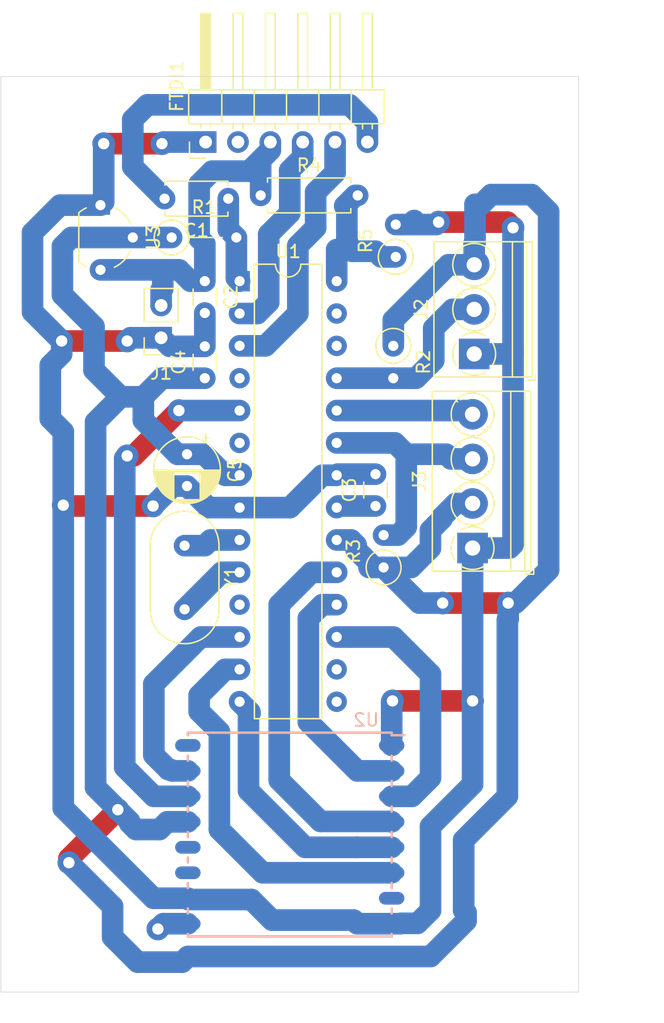
<source format=kicad_pcb>
(kicad_pcb (version 20171130) (host pcbnew 5.1.5-52549c5~84~ubuntu18.04.1)

  (general
    (thickness 1.6)
    (drawings 10)
    (tracks 298)
    (zones 0)
    (modules 20)
    (nets 22)
  )

  (page A4)
  (layers
    (0 F.Cu signal)
    (31 B.Cu signal)
    (32 B.Adhes user)
    (33 F.Adhes user)
    (34 B.Paste user)
    (35 F.Paste user)
    (36 B.SilkS user)
    (37 F.SilkS user)
    (38 B.Mask user)
    (39 F.Mask user)
    (40 Dwgs.User user)
    (41 Cmts.User user)
    (42 Eco1.User user)
    (43 Eco2.User user)
    (44 Edge.Cuts user)
    (45 Margin user)
    (46 B.CrtYd user)
    (47 F.CrtYd user)
    (48 B.Fab user)
    (49 F.Fab user)
  )

  (setup
    (last_trace_width 1.7)
    (user_trace_width 1)
    (user_trace_width 1.25)
    (user_trace_width 1.7)
    (trace_clearance 0.2)
    (zone_clearance 0.508)
    (zone_45_only no)
    (trace_min 0.2)
    (via_size 0.8)
    (via_drill 0.4)
    (via_min_size 0.4)
    (via_min_drill 0.3)
    (user_via 1 0.5)
    (user_via 1.5 0.75)
    (user_via 1.78 0.89)
    (uvia_size 0.3)
    (uvia_drill 0.1)
    (uvias_allowed no)
    (uvia_min_size 0.2)
    (uvia_min_drill 0.1)
    (edge_width 0.05)
    (segment_width 0.2)
    (pcb_text_width 0.3)
    (pcb_text_size 1.5 1.5)
    (mod_edge_width 0.12)
    (mod_text_size 1 1)
    (mod_text_width 0.15)
    (pad_size 1.524 1.524)
    (pad_drill 0.762)
    (pad_to_mask_clearance 0.051)
    (solder_mask_min_width 0.25)
    (aux_axis_origin 0 0)
    (visible_elements FFFFFF7F)
    (pcbplotparams
      (layerselection 0x010fc_ffffffff)
      (usegerberextensions false)
      (usegerberattributes false)
      (usegerberadvancedattributes false)
      (creategerberjobfile false)
      (excludeedgelayer true)
      (linewidth 0.100000)
      (plotframeref false)
      (viasonmask false)
      (mode 1)
      (useauxorigin false)
      (hpglpennumber 1)
      (hpglpenspeed 20)
      (hpglpendiameter 15.000000)
      (psnegative false)
      (psa4output false)
      (plotreference true)
      (plotvalue true)
      (plotinvisibletext false)
      (padsonsilk false)
      (subtractmaskfromsilk false)
      (outputformat 1)
      (mirror false)
      (drillshape 1)
      (scaleselection 1)
      (outputdirectory ""))
  )

  (net 0 "")
  (net 1 "Net-(U1-Pad10)")
  (net 2 "Net-(U1-Pad9)")
  (net 3 GND)
  (net 4 "Net-(C1-Pad1)")
  (net 5 VCC)
  (net 6 SCK)
  (net 7 MISO)
  (net 8 MOSI)
  (net 9 "Net-(C3-Pad1)")
  (net 10 D6)
  (net 11 D3)
  (net 12 TX0)
  (net 13 RX0)
  (net 14 VIN)
  (net 15 D7)
  (net 16 "Net-(C1-Pad2)")
  (net 17 D8)
  (net 18 A0)
  (net 19 A1)
  (net 20 A5)
  (net 21 A2)

  (net_class Default "This is the default net class."
    (clearance 0.2)
    (trace_width 0.25)
    (via_dia 0.8)
    (via_drill 0.4)
    (uvia_dia 0.3)
    (uvia_drill 0.1)
    (add_net A0)
    (add_net A1)
    (add_net A2)
    (add_net A5)
    (add_net D3)
    (add_net D6)
    (add_net D7)
    (add_net D8)
    (add_net GND)
    (add_net MISO)
    (add_net MOSI)
    (add_net "Net-(C1-Pad1)")
    (add_net "Net-(C1-Pad2)")
    (add_net "Net-(C3-Pad1)")
    (add_net "Net-(U1-Pad10)")
    (add_net "Net-(U1-Pad9)")
    (add_net RX0)
    (add_net SCK)
    (add_net TX0)
    (add_net VCC)
    (add_net VIN)
  )

  (module Capacitor_THT:C_Disc_D3.0mm_W1.6mm_P2.50mm (layer F.Cu) (tedit 5AE50EF0) (tstamp 5F2B81B8)
    (at 122.9995 79.375 270)
    (descr "C, Disc series, Radial, pin pitch=2.50mm, , diameter*width=3.0*1.6mm^2, Capacitor, http://www.vishay.com/docs/45233/krseries.pdf")
    (tags "C Disc series Radial pin pitch 2.50mm  diameter 3.0mm width 1.6mm Capacitor")
    (path /5F27AAEF)
    (fp_text reference C2 (at 1.25 -2.05 90) (layer F.SilkS)
      (effects (font (size 1 1) (thickness 0.15)))
    )
    (fp_text value 0.1u (at 1.25 2.05 90) (layer F.Fab)
      (effects (font (size 1 1) (thickness 0.15)))
    )
    (fp_text user %R (at 1.25 0 90) (layer F.Fab)
      (effects (font (size 0.6 0.6) (thickness 0.09)))
    )
    (fp_line (start 3.55 -1.05) (end -1.05 -1.05) (layer F.CrtYd) (width 0.05))
    (fp_line (start 3.55 1.05) (end 3.55 -1.05) (layer F.CrtYd) (width 0.05))
    (fp_line (start -1.05 1.05) (end 3.55 1.05) (layer F.CrtYd) (width 0.05))
    (fp_line (start -1.05 -1.05) (end -1.05 1.05) (layer F.CrtYd) (width 0.05))
    (fp_line (start 0.621 0.92) (end 1.879 0.92) (layer F.SilkS) (width 0.12))
    (fp_line (start 0.621 -0.92) (end 1.879 -0.92) (layer F.SilkS) (width 0.12))
    (fp_line (start 2.75 -0.8) (end -0.25 -0.8) (layer F.Fab) (width 0.1))
    (fp_line (start 2.75 0.8) (end 2.75 -0.8) (layer F.Fab) (width 0.1))
    (fp_line (start -0.25 0.8) (end 2.75 0.8) (layer F.Fab) (width 0.1))
    (fp_line (start -0.25 -0.8) (end -0.25 0.8) (layer F.Fab) (width 0.1))
    (pad 2 thru_hole circle (at 2.5 0 270) (size 1.6 1.6) (drill 0.8) (layers *.Cu *.Mask)
      (net 3 GND))
    (pad 1 thru_hole circle (at 0 0 270) (size 1.6 1.6) (drill 0.8) (layers *.Cu *.Mask)
      (net 14 VIN))
    (model ${KISYS3DMOD}/Capacitor_THT.3dshapes/C_Disc_D3.0mm_W1.6mm_P2.50mm.wrl
      (at (xyz 0 0 0))
      (scale (xyz 1 1 1))
      (rotate (xyz 0 0 0))
    )
  )

  (module Capacitor_THT:CP_Radial_D5.0mm_P2.50mm (layer F.Cu) (tedit 5AE50EF0) (tstamp 5F29D65A)
    (at 121.6025 92.964 270)
    (descr "CP, Radial series, Radial, pin pitch=2.50mm, , diameter=5mm, Electrolytic Capacitor")
    (tags "CP Radial series Radial pin pitch 2.50mm  diameter 5mm Electrolytic Capacitor")
    (path /5F27CEC8)
    (fp_text reference C5 (at 1.25 -3.75 90) (layer F.SilkS)
      (effects (font (size 1 1) (thickness 0.15)))
    )
    (fp_text value 10u (at 1.25 3.75 90) (layer F.Fab)
      (effects (font (size 1 1) (thickness 0.15)))
    )
    (fp_text user %R (at 1.25 0 90) (layer F.Fab)
      (effects (font (size 1 1) (thickness 0.15)))
    )
    (fp_line (start -1.304775 -1.725) (end -1.304775 -1.225) (layer F.SilkS) (width 0.12))
    (fp_line (start -1.554775 -1.475) (end -1.054775 -1.475) (layer F.SilkS) (width 0.12))
    (fp_line (start 3.851 -0.284) (end 3.851 0.284) (layer F.SilkS) (width 0.12))
    (fp_line (start 3.811 -0.518) (end 3.811 0.518) (layer F.SilkS) (width 0.12))
    (fp_line (start 3.771 -0.677) (end 3.771 0.677) (layer F.SilkS) (width 0.12))
    (fp_line (start 3.731 -0.805) (end 3.731 0.805) (layer F.SilkS) (width 0.12))
    (fp_line (start 3.691 -0.915) (end 3.691 0.915) (layer F.SilkS) (width 0.12))
    (fp_line (start 3.651 -1.011) (end 3.651 1.011) (layer F.SilkS) (width 0.12))
    (fp_line (start 3.611 -1.098) (end 3.611 1.098) (layer F.SilkS) (width 0.12))
    (fp_line (start 3.571 -1.178) (end 3.571 1.178) (layer F.SilkS) (width 0.12))
    (fp_line (start 3.531 1.04) (end 3.531 1.251) (layer F.SilkS) (width 0.12))
    (fp_line (start 3.531 -1.251) (end 3.531 -1.04) (layer F.SilkS) (width 0.12))
    (fp_line (start 3.491 1.04) (end 3.491 1.319) (layer F.SilkS) (width 0.12))
    (fp_line (start 3.491 -1.319) (end 3.491 -1.04) (layer F.SilkS) (width 0.12))
    (fp_line (start 3.451 1.04) (end 3.451 1.383) (layer F.SilkS) (width 0.12))
    (fp_line (start 3.451 -1.383) (end 3.451 -1.04) (layer F.SilkS) (width 0.12))
    (fp_line (start 3.411 1.04) (end 3.411 1.443) (layer F.SilkS) (width 0.12))
    (fp_line (start 3.411 -1.443) (end 3.411 -1.04) (layer F.SilkS) (width 0.12))
    (fp_line (start 3.371 1.04) (end 3.371 1.5) (layer F.SilkS) (width 0.12))
    (fp_line (start 3.371 -1.5) (end 3.371 -1.04) (layer F.SilkS) (width 0.12))
    (fp_line (start 3.331 1.04) (end 3.331 1.554) (layer F.SilkS) (width 0.12))
    (fp_line (start 3.331 -1.554) (end 3.331 -1.04) (layer F.SilkS) (width 0.12))
    (fp_line (start 3.291 1.04) (end 3.291 1.605) (layer F.SilkS) (width 0.12))
    (fp_line (start 3.291 -1.605) (end 3.291 -1.04) (layer F.SilkS) (width 0.12))
    (fp_line (start 3.251 1.04) (end 3.251 1.653) (layer F.SilkS) (width 0.12))
    (fp_line (start 3.251 -1.653) (end 3.251 -1.04) (layer F.SilkS) (width 0.12))
    (fp_line (start 3.211 1.04) (end 3.211 1.699) (layer F.SilkS) (width 0.12))
    (fp_line (start 3.211 -1.699) (end 3.211 -1.04) (layer F.SilkS) (width 0.12))
    (fp_line (start 3.171 1.04) (end 3.171 1.743) (layer F.SilkS) (width 0.12))
    (fp_line (start 3.171 -1.743) (end 3.171 -1.04) (layer F.SilkS) (width 0.12))
    (fp_line (start 3.131 1.04) (end 3.131 1.785) (layer F.SilkS) (width 0.12))
    (fp_line (start 3.131 -1.785) (end 3.131 -1.04) (layer F.SilkS) (width 0.12))
    (fp_line (start 3.091 1.04) (end 3.091 1.826) (layer F.SilkS) (width 0.12))
    (fp_line (start 3.091 -1.826) (end 3.091 -1.04) (layer F.SilkS) (width 0.12))
    (fp_line (start 3.051 1.04) (end 3.051 1.864) (layer F.SilkS) (width 0.12))
    (fp_line (start 3.051 -1.864) (end 3.051 -1.04) (layer F.SilkS) (width 0.12))
    (fp_line (start 3.011 1.04) (end 3.011 1.901) (layer F.SilkS) (width 0.12))
    (fp_line (start 3.011 -1.901) (end 3.011 -1.04) (layer F.SilkS) (width 0.12))
    (fp_line (start 2.971 1.04) (end 2.971 1.937) (layer F.SilkS) (width 0.12))
    (fp_line (start 2.971 -1.937) (end 2.971 -1.04) (layer F.SilkS) (width 0.12))
    (fp_line (start 2.931 1.04) (end 2.931 1.971) (layer F.SilkS) (width 0.12))
    (fp_line (start 2.931 -1.971) (end 2.931 -1.04) (layer F.SilkS) (width 0.12))
    (fp_line (start 2.891 1.04) (end 2.891 2.004) (layer F.SilkS) (width 0.12))
    (fp_line (start 2.891 -2.004) (end 2.891 -1.04) (layer F.SilkS) (width 0.12))
    (fp_line (start 2.851 1.04) (end 2.851 2.035) (layer F.SilkS) (width 0.12))
    (fp_line (start 2.851 -2.035) (end 2.851 -1.04) (layer F.SilkS) (width 0.12))
    (fp_line (start 2.811 1.04) (end 2.811 2.065) (layer F.SilkS) (width 0.12))
    (fp_line (start 2.811 -2.065) (end 2.811 -1.04) (layer F.SilkS) (width 0.12))
    (fp_line (start 2.771 1.04) (end 2.771 2.095) (layer F.SilkS) (width 0.12))
    (fp_line (start 2.771 -2.095) (end 2.771 -1.04) (layer F.SilkS) (width 0.12))
    (fp_line (start 2.731 1.04) (end 2.731 2.122) (layer F.SilkS) (width 0.12))
    (fp_line (start 2.731 -2.122) (end 2.731 -1.04) (layer F.SilkS) (width 0.12))
    (fp_line (start 2.691 1.04) (end 2.691 2.149) (layer F.SilkS) (width 0.12))
    (fp_line (start 2.691 -2.149) (end 2.691 -1.04) (layer F.SilkS) (width 0.12))
    (fp_line (start 2.651 1.04) (end 2.651 2.175) (layer F.SilkS) (width 0.12))
    (fp_line (start 2.651 -2.175) (end 2.651 -1.04) (layer F.SilkS) (width 0.12))
    (fp_line (start 2.611 1.04) (end 2.611 2.2) (layer F.SilkS) (width 0.12))
    (fp_line (start 2.611 -2.2) (end 2.611 -1.04) (layer F.SilkS) (width 0.12))
    (fp_line (start 2.571 1.04) (end 2.571 2.224) (layer F.SilkS) (width 0.12))
    (fp_line (start 2.571 -2.224) (end 2.571 -1.04) (layer F.SilkS) (width 0.12))
    (fp_line (start 2.531 1.04) (end 2.531 2.247) (layer F.SilkS) (width 0.12))
    (fp_line (start 2.531 -2.247) (end 2.531 -1.04) (layer F.SilkS) (width 0.12))
    (fp_line (start 2.491 1.04) (end 2.491 2.268) (layer F.SilkS) (width 0.12))
    (fp_line (start 2.491 -2.268) (end 2.491 -1.04) (layer F.SilkS) (width 0.12))
    (fp_line (start 2.451 1.04) (end 2.451 2.29) (layer F.SilkS) (width 0.12))
    (fp_line (start 2.451 -2.29) (end 2.451 -1.04) (layer F.SilkS) (width 0.12))
    (fp_line (start 2.411 1.04) (end 2.411 2.31) (layer F.SilkS) (width 0.12))
    (fp_line (start 2.411 -2.31) (end 2.411 -1.04) (layer F.SilkS) (width 0.12))
    (fp_line (start 2.371 1.04) (end 2.371 2.329) (layer F.SilkS) (width 0.12))
    (fp_line (start 2.371 -2.329) (end 2.371 -1.04) (layer F.SilkS) (width 0.12))
    (fp_line (start 2.331 1.04) (end 2.331 2.348) (layer F.SilkS) (width 0.12))
    (fp_line (start 2.331 -2.348) (end 2.331 -1.04) (layer F.SilkS) (width 0.12))
    (fp_line (start 2.291 1.04) (end 2.291 2.365) (layer F.SilkS) (width 0.12))
    (fp_line (start 2.291 -2.365) (end 2.291 -1.04) (layer F.SilkS) (width 0.12))
    (fp_line (start 2.251 1.04) (end 2.251 2.382) (layer F.SilkS) (width 0.12))
    (fp_line (start 2.251 -2.382) (end 2.251 -1.04) (layer F.SilkS) (width 0.12))
    (fp_line (start 2.211 1.04) (end 2.211 2.398) (layer F.SilkS) (width 0.12))
    (fp_line (start 2.211 -2.398) (end 2.211 -1.04) (layer F.SilkS) (width 0.12))
    (fp_line (start 2.171 1.04) (end 2.171 2.414) (layer F.SilkS) (width 0.12))
    (fp_line (start 2.171 -2.414) (end 2.171 -1.04) (layer F.SilkS) (width 0.12))
    (fp_line (start 2.131 1.04) (end 2.131 2.428) (layer F.SilkS) (width 0.12))
    (fp_line (start 2.131 -2.428) (end 2.131 -1.04) (layer F.SilkS) (width 0.12))
    (fp_line (start 2.091 1.04) (end 2.091 2.442) (layer F.SilkS) (width 0.12))
    (fp_line (start 2.091 -2.442) (end 2.091 -1.04) (layer F.SilkS) (width 0.12))
    (fp_line (start 2.051 1.04) (end 2.051 2.455) (layer F.SilkS) (width 0.12))
    (fp_line (start 2.051 -2.455) (end 2.051 -1.04) (layer F.SilkS) (width 0.12))
    (fp_line (start 2.011 1.04) (end 2.011 2.468) (layer F.SilkS) (width 0.12))
    (fp_line (start 2.011 -2.468) (end 2.011 -1.04) (layer F.SilkS) (width 0.12))
    (fp_line (start 1.971 1.04) (end 1.971 2.48) (layer F.SilkS) (width 0.12))
    (fp_line (start 1.971 -2.48) (end 1.971 -1.04) (layer F.SilkS) (width 0.12))
    (fp_line (start 1.93 1.04) (end 1.93 2.491) (layer F.SilkS) (width 0.12))
    (fp_line (start 1.93 -2.491) (end 1.93 -1.04) (layer F.SilkS) (width 0.12))
    (fp_line (start 1.89 1.04) (end 1.89 2.501) (layer F.SilkS) (width 0.12))
    (fp_line (start 1.89 -2.501) (end 1.89 -1.04) (layer F.SilkS) (width 0.12))
    (fp_line (start 1.85 1.04) (end 1.85 2.511) (layer F.SilkS) (width 0.12))
    (fp_line (start 1.85 -2.511) (end 1.85 -1.04) (layer F.SilkS) (width 0.12))
    (fp_line (start 1.81 1.04) (end 1.81 2.52) (layer F.SilkS) (width 0.12))
    (fp_line (start 1.81 -2.52) (end 1.81 -1.04) (layer F.SilkS) (width 0.12))
    (fp_line (start 1.77 1.04) (end 1.77 2.528) (layer F.SilkS) (width 0.12))
    (fp_line (start 1.77 -2.528) (end 1.77 -1.04) (layer F.SilkS) (width 0.12))
    (fp_line (start 1.73 1.04) (end 1.73 2.536) (layer F.SilkS) (width 0.12))
    (fp_line (start 1.73 -2.536) (end 1.73 -1.04) (layer F.SilkS) (width 0.12))
    (fp_line (start 1.69 1.04) (end 1.69 2.543) (layer F.SilkS) (width 0.12))
    (fp_line (start 1.69 -2.543) (end 1.69 -1.04) (layer F.SilkS) (width 0.12))
    (fp_line (start 1.65 1.04) (end 1.65 2.55) (layer F.SilkS) (width 0.12))
    (fp_line (start 1.65 -2.55) (end 1.65 -1.04) (layer F.SilkS) (width 0.12))
    (fp_line (start 1.61 1.04) (end 1.61 2.556) (layer F.SilkS) (width 0.12))
    (fp_line (start 1.61 -2.556) (end 1.61 -1.04) (layer F.SilkS) (width 0.12))
    (fp_line (start 1.57 1.04) (end 1.57 2.561) (layer F.SilkS) (width 0.12))
    (fp_line (start 1.57 -2.561) (end 1.57 -1.04) (layer F.SilkS) (width 0.12))
    (fp_line (start 1.53 1.04) (end 1.53 2.565) (layer F.SilkS) (width 0.12))
    (fp_line (start 1.53 -2.565) (end 1.53 -1.04) (layer F.SilkS) (width 0.12))
    (fp_line (start 1.49 1.04) (end 1.49 2.569) (layer F.SilkS) (width 0.12))
    (fp_line (start 1.49 -2.569) (end 1.49 -1.04) (layer F.SilkS) (width 0.12))
    (fp_line (start 1.45 -2.573) (end 1.45 2.573) (layer F.SilkS) (width 0.12))
    (fp_line (start 1.41 -2.576) (end 1.41 2.576) (layer F.SilkS) (width 0.12))
    (fp_line (start 1.37 -2.578) (end 1.37 2.578) (layer F.SilkS) (width 0.12))
    (fp_line (start 1.33 -2.579) (end 1.33 2.579) (layer F.SilkS) (width 0.12))
    (fp_line (start 1.29 -2.58) (end 1.29 2.58) (layer F.SilkS) (width 0.12))
    (fp_line (start 1.25 -2.58) (end 1.25 2.58) (layer F.SilkS) (width 0.12))
    (fp_line (start -0.633605 -1.3375) (end -0.633605 -0.8375) (layer F.Fab) (width 0.1))
    (fp_line (start -0.883605 -1.0875) (end -0.383605 -1.0875) (layer F.Fab) (width 0.1))
    (fp_circle (center 1.25 0) (end 4 0) (layer F.CrtYd) (width 0.05))
    (fp_circle (center 1.25 0) (end 3.87 0) (layer F.SilkS) (width 0.12))
    (fp_circle (center 1.25 0) (end 3.75 0) (layer F.Fab) (width 0.1))
    (pad 2 thru_hole circle (at 2.5 0 270) (size 1.6 1.6) (drill 0.8) (layers *.Cu *.Mask)
      (net 3 GND))
    (pad 1 thru_hole rect (at 0 0 270) (size 1.6 1.6) (drill 0.8) (layers *.Cu *.Mask)
      (net 5 VCC))
    (model ${KISYS3DMOD}/Capacitor_THT.3dshapes/CP_Radial_D5.0mm_P2.50mm.wrl
      (at (xyz 0 0 0))
      (scale (xyz 1 1 1))
      (rotate (xyz 0 0 0))
    )
  )

  (module TerminalBlock_Phoenix:TerminalBlock_Phoenix_PT-1,5-4-3.5-H_1x04_P3.50mm_Horizontal (layer F.Cu) (tedit 5B294F40) (tstamp 5F2BCA29)
    (at 144.018 100.33 90)
    (descr "Terminal Block Phoenix PT-1,5-4-3.5-H, 4 pins, pitch 3.5mm, size 14x7.6mm^2, drill diamater 1.2mm, pad diameter 2.4mm, see , script-generated using https://github.com/pointhi/kicad-footprint-generator/scripts/TerminalBlock_Phoenix")
    (tags "THT Terminal Block Phoenix PT-1,5-4-3.5-H pitch 3.5mm size 14x7.6mm^2 drill 1.2mm pad 2.4mm")
    (path /5F312484)
    (fp_text reference J3 (at 5.25 -4.16 90) (layer F.SilkS)
      (effects (font (size 1 1) (thickness 0.15)))
    )
    (fp_text value Screw_Terminal_01x04 (at 5.25 5.56 90) (layer F.Fab)
      (effects (font (size 1 1) (thickness 0.15)))
    )
    (fp_text user %R (at 5.25 2.4 90) (layer F.Fab)
      (effects (font (size 1 1) (thickness 0.15)))
    )
    (fp_line (start 12.75 -3.6) (end -2.25 -3.6) (layer F.CrtYd) (width 0.05))
    (fp_line (start 12.75 5) (end 12.75 -3.6) (layer F.CrtYd) (width 0.05))
    (fp_line (start -2.25 5) (end 12.75 5) (layer F.CrtYd) (width 0.05))
    (fp_line (start -2.25 -3.6) (end -2.25 5) (layer F.CrtYd) (width 0.05))
    (fp_line (start -2.05 4.8) (end -1.65 4.8) (layer F.SilkS) (width 0.12))
    (fp_line (start -2.05 4.16) (end -2.05 4.8) (layer F.SilkS) (width 0.12))
    (fp_line (start 9.355 0.941) (end 9.226 1.069) (layer F.SilkS) (width 0.12))
    (fp_line (start 11.57 -1.275) (end 11.476 -1.181) (layer F.SilkS) (width 0.12))
    (fp_line (start 9.525 1.181) (end 9.431 1.274) (layer F.SilkS) (width 0.12))
    (fp_line (start 11.775 -1.069) (end 11.646 -0.941) (layer F.SilkS) (width 0.12))
    (fp_line (start 11.455 -1.138) (end 9.363 0.955) (layer F.Fab) (width 0.1))
    (fp_line (start 11.638 -0.955) (end 9.546 1.138) (layer F.Fab) (width 0.1))
    (fp_line (start 5.855 0.941) (end 5.726 1.069) (layer F.SilkS) (width 0.12))
    (fp_line (start 8.07 -1.275) (end 7.976 -1.181) (layer F.SilkS) (width 0.12))
    (fp_line (start 6.025 1.181) (end 5.931 1.274) (layer F.SilkS) (width 0.12))
    (fp_line (start 8.275 -1.069) (end 8.146 -0.941) (layer F.SilkS) (width 0.12))
    (fp_line (start 7.955 -1.138) (end 5.863 0.955) (layer F.Fab) (width 0.1))
    (fp_line (start 8.138 -0.955) (end 6.046 1.138) (layer F.Fab) (width 0.1))
    (fp_line (start 2.355 0.941) (end 2.226 1.069) (layer F.SilkS) (width 0.12))
    (fp_line (start 4.57 -1.275) (end 4.476 -1.181) (layer F.SilkS) (width 0.12))
    (fp_line (start 2.525 1.181) (end 2.431 1.274) (layer F.SilkS) (width 0.12))
    (fp_line (start 4.775 -1.069) (end 4.646 -0.941) (layer F.SilkS) (width 0.12))
    (fp_line (start 4.455 -1.138) (end 2.363 0.955) (layer F.Fab) (width 0.1))
    (fp_line (start 4.638 -0.955) (end 2.546 1.138) (layer F.Fab) (width 0.1))
    (fp_line (start 0.955 -1.138) (end -1.138 0.955) (layer F.Fab) (width 0.1))
    (fp_line (start 1.138 -0.955) (end -0.955 1.138) (layer F.Fab) (width 0.1))
    (fp_line (start 12.31 -3.16) (end 12.31 4.56) (layer F.SilkS) (width 0.12))
    (fp_line (start -1.81 -3.16) (end -1.81 4.56) (layer F.SilkS) (width 0.12))
    (fp_line (start -1.81 4.56) (end 12.31 4.56) (layer F.SilkS) (width 0.12))
    (fp_line (start -1.81 -3.16) (end 12.31 -3.16) (layer F.SilkS) (width 0.12))
    (fp_line (start -1.81 3) (end 12.31 3) (layer F.SilkS) (width 0.12))
    (fp_line (start -1.75 3) (end 12.25 3) (layer F.Fab) (width 0.1))
    (fp_line (start -1.81 4.1) (end 12.31 4.1) (layer F.SilkS) (width 0.12))
    (fp_line (start -1.75 4.1) (end 12.25 4.1) (layer F.Fab) (width 0.1))
    (fp_line (start -1.75 4.1) (end -1.75 -3.1) (layer F.Fab) (width 0.1))
    (fp_line (start -1.35 4.5) (end -1.75 4.1) (layer F.Fab) (width 0.1))
    (fp_line (start 12.25 4.5) (end -1.35 4.5) (layer F.Fab) (width 0.1))
    (fp_line (start 12.25 -3.1) (end 12.25 4.5) (layer F.Fab) (width 0.1))
    (fp_line (start -1.75 -3.1) (end 12.25 -3.1) (layer F.Fab) (width 0.1))
    (fp_circle (center 10.5 0) (end 12.18 0) (layer F.SilkS) (width 0.12))
    (fp_circle (center 10.5 0) (end 12 0) (layer F.Fab) (width 0.1))
    (fp_circle (center 7 0) (end 8.68 0) (layer F.SilkS) (width 0.12))
    (fp_circle (center 7 0) (end 8.5 0) (layer F.Fab) (width 0.1))
    (fp_circle (center 3.5 0) (end 5.18 0) (layer F.SilkS) (width 0.12))
    (fp_circle (center 3.5 0) (end 5 0) (layer F.Fab) (width 0.1))
    (fp_circle (center 0 0) (end 1.5 0) (layer F.Fab) (width 0.1))
    (fp_arc (start 0 0) (end -0.866 1.44) (angle -32) (layer F.SilkS) (width 0.12))
    (fp_arc (start 0 0) (end -1.44 -0.866) (angle -63) (layer F.SilkS) (width 0.12))
    (fp_arc (start 0 0) (end 0.866 -1.44) (angle -63) (layer F.SilkS) (width 0.12))
    (fp_arc (start 0 0) (end 1.425 0.891) (angle -64) (layer F.SilkS) (width 0.12))
    (fp_arc (start 0 0) (end 0 1.68) (angle -32) (layer F.SilkS) (width 0.12))
    (pad 4 thru_hole circle (at 10.5 0 90) (size 2.4 2.4) (drill 1.2) (layers *.Cu *.Mask)
      (net 19 A1))
    (pad 3 thru_hole circle (at 7 0 90) (size 2.4 2.4) (drill 1.2) (layers *.Cu *.Mask)
      (net 18 A0))
    (pad 2 thru_hole circle (at 3.5 0 90) (size 2.4 2.4) (drill 1.2) (layers *.Cu *.Mask)
      (net 5 VCC))
    (pad 1 thru_hole rect (at 0 0 90) (size 2.4 2.4) (drill 1.2) (layers *.Cu *.Mask)
      (net 3 GND))
    (model ${KISYS3DMOD}/TerminalBlock_Phoenix.3dshapes/TerminalBlock_Phoenix_PT-1,5-4-3.5-H_1x04_P3.50mm_Horizontal.wrl
      (at (xyz 0 0 0))
      (scale (xyz 1 1 1))
      (rotate (xyz 0 0 0))
    )
  )

  (module Resistor_THT:R_Axial_DIN0207_L6.3mm_D2.5mm_P2.54mm_Vertical (layer F.Cu) (tedit 5AE5139B) (tstamp 5F2F098A)
    (at 137.795 84.455 270)
    (descr "Resistor, Axial_DIN0207 series, Axial, Vertical, pin pitch=2.54mm, 0.25W = 1/4W, length*diameter=6.3*2.5mm^2, http://cdn-reichelt.de/documents/datenblatt/B400/1_4W%23YAG.pdf")
    (tags "Resistor Axial_DIN0207 series Axial Vertical pin pitch 2.54mm 0.25W = 1/4W length 6.3mm diameter 2.5mm")
    (path /5F322886)
    (fp_text reference R2 (at 1.27 -2.37 90) (layer F.SilkS)
      (effects (font (size 1 1) (thickness 0.15)))
    )
    (fp_text value 10K (at 1.27 2.37 90) (layer F.Fab)
      (effects (font (size 1 1) (thickness 0.15)))
    )
    (fp_text user %R (at 1.27 -2.37 90) (layer F.Fab)
      (effects (font (size 1 1) (thickness 0.15)))
    )
    (fp_line (start 3.59 -1.5) (end -1.5 -1.5) (layer F.CrtYd) (width 0.05))
    (fp_line (start 3.59 1.5) (end 3.59 -1.5) (layer F.CrtYd) (width 0.05))
    (fp_line (start -1.5 1.5) (end 3.59 1.5) (layer F.CrtYd) (width 0.05))
    (fp_line (start -1.5 -1.5) (end -1.5 1.5) (layer F.CrtYd) (width 0.05))
    (fp_line (start 1.37 0) (end 1.44 0) (layer F.SilkS) (width 0.12))
    (fp_line (start 0 0) (end 2.54 0) (layer F.Fab) (width 0.1))
    (fp_circle (center 0 0) (end 1.37 0) (layer F.SilkS) (width 0.12))
    (fp_circle (center 0 0) (end 1.25 0) (layer F.Fab) (width 0.1))
    (pad 2 thru_hole oval (at 2.54 0 270) (size 1.6 1.6) (drill 0.8) (layers *.Cu *.Mask)
      (net 21 A2))
    (pad 1 thru_hole circle (at 0 0 270) (size 1.6 1.6) (drill 0.8) (layers *.Cu *.Mask)
      (net 5 VCC))
    (model ${KISYS3DMOD}/Resistor_THT.3dshapes/R_Axial_DIN0207_L6.3mm_D2.5mm_P2.54mm_Vertical.wrl
      (at (xyz 0 0 0))
      (scale (xyz 1 1 1))
      (rotate (xyz 0 0 0))
    )
  )

  (module Resistor_THT:R_Axial_DIN0207_L6.3mm_D2.5mm_P2.54mm_Vertical (layer F.Cu) (tedit 5AE5139B) (tstamp 5F2F3BEA)
    (at 137.9855 77.47 90)
    (descr "Resistor, Axial_DIN0207 series, Axial, Vertical, pin pitch=2.54mm, 0.25W = 1/4W, length*diameter=6.3*2.5mm^2, http://cdn-reichelt.de/documents/datenblatt/B400/1_4W%23YAG.pdf")
    (tags "Resistor Axial_DIN0207 series Axial Vertical pin pitch 2.54mm 0.25W = 1/4W length 6.3mm diameter 2.5mm")
    (path /5F34520A)
    (fp_text reference R5 (at 1.27 -2.37 90) (layer F.SilkS)
      (effects (font (size 1 1) (thickness 0.15)))
    )
    (fp_text value 100K (at 1.27 2.37 90) (layer F.Fab)
      (effects (font (size 1 1) (thickness 0.15)))
    )
    (fp_text user %R (at 1.27 -2.37 90) (layer F.Fab)
      (effects (font (size 1 1) (thickness 0.15)))
    )
    (fp_line (start 3.59 -1.5) (end -1.5 -1.5) (layer F.CrtYd) (width 0.05))
    (fp_line (start 3.59 1.5) (end 3.59 -1.5) (layer F.CrtYd) (width 0.05))
    (fp_line (start -1.5 1.5) (end 3.59 1.5) (layer F.CrtYd) (width 0.05))
    (fp_line (start -1.5 -1.5) (end -1.5 1.5) (layer F.CrtYd) (width 0.05))
    (fp_line (start 1.37 0) (end 1.44 0) (layer F.SilkS) (width 0.12))
    (fp_line (start 0 0) (end 2.54 0) (layer F.Fab) (width 0.1))
    (fp_circle (center 0 0) (end 1.37 0) (layer F.SilkS) (width 0.12))
    (fp_circle (center 0 0) (end 1.25 0) (layer F.Fab) (width 0.1))
    (pad 2 thru_hole oval (at 2.54 0 90) (size 1.6 1.6) (drill 0.8) (layers *.Cu *.Mask)
      (net 3 GND))
    (pad 1 thru_hole circle (at 0 0 90) (size 1.6 1.6) (drill 0.8) (layers *.Cu *.Mask)
      (net 20 A5))
    (model ${KISYS3DMOD}/Resistor_THT.3dshapes/R_Axial_DIN0207_L6.3mm_D2.5mm_P2.54mm_Vertical.wrl
      (at (xyz 0 0 0))
      (scale (xyz 1 1 1))
      (rotate (xyz 0 0 0))
    )
  )

  (module Capacitor_THT:C_Disc_D4.7mm_W2.5mm_P5.00mm (layer F.Cu) (tedit 5AE50EF0) (tstamp 5F2FBD66)
    (at 124.841 72.898 180)
    (descr "C, Disc series, Radial, pin pitch=5.00mm, , diameter*width=4.7*2.5mm^2, Capacitor, http://www.vishay.com/docs/45233/krseries.pdf")
    (tags "C Disc series Radial pin pitch 5.00mm  diameter 4.7mm width 2.5mm Capacitor")
    (path /5F26DE4A)
    (fp_text reference C1 (at 2.5 -2.5) (layer F.SilkS)
      (effects (font (size 1 1) (thickness 0.15)))
    )
    (fp_text value 0.1u (at 2.5 2.5) (layer F.Fab)
      (effects (font (size 1 1) (thickness 0.15)))
    )
    (fp_text user %R (at 2.5 0) (layer F.Fab)
      (effects (font (size 0.94 0.94) (thickness 0.141)))
    )
    (fp_line (start 6.05 -1.5) (end -1.05 -1.5) (layer F.CrtYd) (width 0.05))
    (fp_line (start 6.05 1.5) (end 6.05 -1.5) (layer F.CrtYd) (width 0.05))
    (fp_line (start -1.05 1.5) (end 6.05 1.5) (layer F.CrtYd) (width 0.05))
    (fp_line (start -1.05 -1.5) (end -1.05 1.5) (layer F.CrtYd) (width 0.05))
    (fp_line (start 4.97 1.055) (end 4.97 1.37) (layer F.SilkS) (width 0.12))
    (fp_line (start 4.97 -1.37) (end 4.97 -1.055) (layer F.SilkS) (width 0.12))
    (fp_line (start 0.03 1.055) (end 0.03 1.37) (layer F.SilkS) (width 0.12))
    (fp_line (start 0.03 -1.37) (end 0.03 -1.055) (layer F.SilkS) (width 0.12))
    (fp_line (start 0.03 1.37) (end 4.97 1.37) (layer F.SilkS) (width 0.12))
    (fp_line (start 0.03 -1.37) (end 4.97 -1.37) (layer F.SilkS) (width 0.12))
    (fp_line (start 4.85 -1.25) (end 0.15 -1.25) (layer F.Fab) (width 0.1))
    (fp_line (start 4.85 1.25) (end 4.85 -1.25) (layer F.Fab) (width 0.1))
    (fp_line (start 0.15 1.25) (end 4.85 1.25) (layer F.Fab) (width 0.1))
    (fp_line (start 0.15 -1.25) (end 0.15 1.25) (layer F.Fab) (width 0.1))
    (pad 2 thru_hole circle (at 5 0 180) (size 1.6 1.6) (drill 0.8) (layers *.Cu *.Mask)
      (net 16 "Net-(C1-Pad2)"))
    (pad 1 thru_hole circle (at 0 0 180) (size 1.6 1.6) (drill 0.8) (layers *.Cu *.Mask)
      (net 4 "Net-(C1-Pad1)"))
    (model ${KISYS3DMOD}/Capacitor_THT.3dshapes/C_Disc_D4.7mm_W2.5mm_P5.00mm.wrl
      (at (xyz 0 0 0))
      (scale (xyz 1 1 1))
      (rotate (xyz 0 0 0))
    )
  )

  (module Resistor_THT:R_Axial_DIN0207_L6.3mm_D2.5mm_P7.62mm_Horizontal (layer F.Cu) (tedit 5AE5139B) (tstamp 5F2F4D74)
    (at 127.381 72.644)
    (descr "Resistor, Axial_DIN0207 series, Axial, Horizontal, pin pitch=7.62mm, 0.25W = 1/4W, length*diameter=6.3*2.5mm^2, http://cdn-reichelt.de/documents/datenblatt/B400/1_4W%23YAG.pdf")
    (tags "Resistor Axial_DIN0207 series Axial Horizontal pin pitch 7.62mm 0.25W = 1/4W length 6.3mm diameter 2.5mm")
    (path /5F3431B9)
    (fp_text reference R4 (at 3.81 -2.37) (layer F.SilkS)
      (effects (font (size 1 1) (thickness 0.15)))
    )
    (fp_text value 100K (at 3.81 2.37) (layer F.Fab)
      (effects (font (size 1 1) (thickness 0.15)))
    )
    (fp_text user %R (at 3.81 0) (layer F.Fab)
      (effects (font (size 1 1) (thickness 0.15)))
    )
    (fp_line (start 8.67 -1.5) (end -1.05 -1.5) (layer F.CrtYd) (width 0.05))
    (fp_line (start 8.67 1.5) (end 8.67 -1.5) (layer F.CrtYd) (width 0.05))
    (fp_line (start -1.05 1.5) (end 8.67 1.5) (layer F.CrtYd) (width 0.05))
    (fp_line (start -1.05 -1.5) (end -1.05 1.5) (layer F.CrtYd) (width 0.05))
    (fp_line (start 7.08 1.37) (end 7.08 1.04) (layer F.SilkS) (width 0.12))
    (fp_line (start 0.54 1.37) (end 7.08 1.37) (layer F.SilkS) (width 0.12))
    (fp_line (start 0.54 1.04) (end 0.54 1.37) (layer F.SilkS) (width 0.12))
    (fp_line (start 7.08 -1.37) (end 7.08 -1.04) (layer F.SilkS) (width 0.12))
    (fp_line (start 0.54 -1.37) (end 7.08 -1.37) (layer F.SilkS) (width 0.12))
    (fp_line (start 0.54 -1.04) (end 0.54 -1.37) (layer F.SilkS) (width 0.12))
    (fp_line (start 7.62 0) (end 6.96 0) (layer F.Fab) (width 0.1))
    (fp_line (start 0 0) (end 0.66 0) (layer F.Fab) (width 0.1))
    (fp_line (start 6.96 -1.25) (end 0.66 -1.25) (layer F.Fab) (width 0.1))
    (fp_line (start 6.96 1.25) (end 6.96 -1.25) (layer F.Fab) (width 0.1))
    (fp_line (start 0.66 1.25) (end 6.96 1.25) (layer F.Fab) (width 0.1))
    (fp_line (start 0.66 -1.25) (end 0.66 1.25) (layer F.Fab) (width 0.1))
    (pad 2 thru_hole oval (at 7.62 0) (size 1.6 1.6) (drill 0.8) (layers *.Cu *.Mask)
      (net 20 A5))
    (pad 1 thru_hole circle (at 0 0) (size 1.6 1.6) (drill 0.8) (layers *.Cu *.Mask)
      (net 14 VIN))
    (model ${KISYS3DMOD}/Resistor_THT.3dshapes/R_Axial_DIN0207_L6.3mm_D2.5mm_P7.62mm_Horizontal.wrl
      (at (xyz 0 0 0))
      (scale (xyz 1 1 1))
      (rotate (xyz 0 0 0))
    )
  )

  (module Resistor_THT:R_Axial_DIN0207_L6.3mm_D2.5mm_P5.08mm_Vertical (layer F.Cu) (tedit 5AE5139B) (tstamp 5F2BA60D)
    (at 120.396 75.946)
    (descr "Resistor, Axial_DIN0207 series, Axial, Vertical, pin pitch=5.08mm, 0.25W = 1/4W, length*diameter=6.3*2.5mm^2, http://cdn-reichelt.de/documents/datenblatt/B400/1_4W%23YAG.pdf")
    (tags "Resistor Axial_DIN0207 series Axial Vertical pin pitch 5.08mm 0.25W = 1/4W length 6.3mm diameter 2.5mm")
    (path /5F264975)
    (fp_text reference R1 (at 2.54 -2.37) (layer F.SilkS)
      (effects (font (size 1 1) (thickness 0.15)))
    )
    (fp_text value 10K (at 2.54 2.37) (layer F.Fab)
      (effects (font (size 1 1) (thickness 0.15)))
    )
    (fp_text user %R (at 2.54 -2.37) (layer F.Fab)
      (effects (font (size 1 1) (thickness 0.15)))
    )
    (fp_line (start 6.13 -1.5) (end -1.5 -1.5) (layer F.CrtYd) (width 0.05))
    (fp_line (start 6.13 1.5) (end 6.13 -1.5) (layer F.CrtYd) (width 0.05))
    (fp_line (start -1.5 1.5) (end 6.13 1.5) (layer F.CrtYd) (width 0.05))
    (fp_line (start -1.5 -1.5) (end -1.5 1.5) (layer F.CrtYd) (width 0.05))
    (fp_line (start 1.37 0) (end 3.98 0) (layer F.SilkS) (width 0.12))
    (fp_line (start 0 0) (end 5.08 0) (layer F.Fab) (width 0.1))
    (fp_circle (center 0 0) (end 1.37 0) (layer F.SilkS) (width 0.12))
    (fp_circle (center 0 0) (end 1.25 0) (layer F.Fab) (width 0.1))
    (pad 2 thru_hole oval (at 5.08 0) (size 1.6 1.6) (drill 0.8) (layers *.Cu *.Mask)
      (net 4 "Net-(C1-Pad1)"))
    (pad 1 thru_hole circle (at 0 0) (size 1.6 1.6) (drill 0.8) (layers *.Cu *.Mask)
      (net 5 VCC))
    (model ${KISYS3DMOD}/Resistor_THT.3dshapes/R_Axial_DIN0207_L6.3mm_D2.5mm_P5.08mm_Vertical.wrl
      (at (xyz 0 0 0))
      (scale (xyz 1 1 1))
      (rotate (xyz 0 0 0))
    )
  )

  (module Crystal:Resonator-2Pin_W10.0mm_H5.0mm (layer F.Cu) (tedit 5A0FD1B2) (tstamp 5F2EFC41)
    (at 121.412 100.1395 270)
    (descr "Ceramic Resomator/Filter 10.0x5.0 RedFrequency MG/MT/MX series, http://www.red-frequency.com/download/datenblatt/redfrequency-datenblatt-ir-zta.pdf, length*width=10.0x5.0mm^2 package, package length=10.0mm, package width=5.0mm, 2 pins")
    (tags "THT ceramic resonator filter")
    (path /5F2FF1D5)
    (fp_text reference Y1 (at 2.5 -3.7 90) (layer F.SilkS)
      (effects (font (size 1 1) (thickness 0.15)))
    )
    (fp_text value Crystal (at 2.5 3.7 90) (layer F.Fab)
      (effects (font (size 1 1) (thickness 0.15)))
    )
    (fp_arc (start 5 0) (end 5 -2.7) (angle 180) (layer F.SilkS) (width 0.12))
    (fp_arc (start 0 0) (end 0 -2.7) (angle -180) (layer F.SilkS) (width 0.12))
    (fp_arc (start 5 0) (end 5 -2.5) (angle 180) (layer F.Fab) (width 0.1))
    (fp_arc (start 0 0) (end 0 -2.5) (angle -180) (layer F.Fab) (width 0.1))
    (fp_arc (start 5 0) (end 5 -2.5) (angle 180) (layer F.Fab) (width 0.1))
    (fp_arc (start 0 0) (end 0 -2.5) (angle -180) (layer F.Fab) (width 0.1))
    (fp_line (start 8 -3) (end -3 -3) (layer F.CrtYd) (width 0.05))
    (fp_line (start 8 3) (end 8 -3) (layer F.CrtYd) (width 0.05))
    (fp_line (start -3 3) (end 8 3) (layer F.CrtYd) (width 0.05))
    (fp_line (start -3 -3) (end -3 3) (layer F.CrtYd) (width 0.05))
    (fp_line (start 0 2.7) (end 5 2.7) (layer F.SilkS) (width 0.12))
    (fp_line (start 0 -2.7) (end 5 -2.7) (layer F.SilkS) (width 0.12))
    (fp_line (start 0 2.5) (end 5 2.5) (layer F.Fab) (width 0.1))
    (fp_line (start 0 -2.5) (end 5 -2.5) (layer F.Fab) (width 0.1))
    (fp_line (start 0 2.5) (end 5 2.5) (layer F.Fab) (width 0.1))
    (fp_line (start 0 -2.5) (end 5 -2.5) (layer F.Fab) (width 0.1))
    (fp_text user %R (at 2.5 0 90) (layer F.Fab)
      (effects (font (size 1 1) (thickness 0.15)))
    )
    (pad 2 thru_hole circle (at 5 0 270) (size 1.5 1.5) (drill 0.8) (layers *.Cu *.Mask)
      (net 1 "Net-(U1-Pad10)"))
    (pad 1 thru_hole circle (at 0 0 270) (size 1.5 1.5) (drill 0.8) (layers *.Cu *.Mask)
      (net 2 "Net-(U1-Pad9)"))
    (model ${KISYS3DMOD}/Crystal.3dshapes/Resonator-2Pin_W10.0mm_H5.0mm.wrl
      (at (xyz 0 0 0))
      (scale (xyz 1 1 1))
      (rotate (xyz 0 0 0))
    )
  )

  (module Package_DIP:DIP-28_W7.62mm (layer F.Cu) (tedit 5A02E8C5) (tstamp 5F2EFE01)
    (at 125.73 79.375)
    (descr "28-lead though-hole mounted DIP package, row spacing 7.62 mm (300 mils)")
    (tags "THT DIP DIL PDIP 2.54mm 7.62mm 300mil")
    (path /5F2F45E8)
    (fp_text reference U1 (at 3.81 -2.33) (layer F.SilkS)
      (effects (font (size 1 1) (thickness 0.15)))
    )
    (fp_text value ATmega328P-PU-C (at 3.81 35.35) (layer F.Fab)
      (effects (font (size 1 1) (thickness 0.15)))
    )
    (fp_text user %R (at 3.81 16.51) (layer F.Fab)
      (effects (font (size 1 1) (thickness 0.15)))
    )
    (fp_line (start 8.7 -1.55) (end -1.1 -1.55) (layer F.CrtYd) (width 0.05))
    (fp_line (start 8.7 34.55) (end 8.7 -1.55) (layer F.CrtYd) (width 0.05))
    (fp_line (start -1.1 34.55) (end 8.7 34.55) (layer F.CrtYd) (width 0.05))
    (fp_line (start -1.1 -1.55) (end -1.1 34.55) (layer F.CrtYd) (width 0.05))
    (fp_line (start 6.46 -1.33) (end 4.81 -1.33) (layer F.SilkS) (width 0.12))
    (fp_line (start 6.46 34.35) (end 6.46 -1.33) (layer F.SilkS) (width 0.12))
    (fp_line (start 1.16 34.35) (end 6.46 34.35) (layer F.SilkS) (width 0.12))
    (fp_line (start 1.16 -1.33) (end 1.16 34.35) (layer F.SilkS) (width 0.12))
    (fp_line (start 2.81 -1.33) (end 1.16 -1.33) (layer F.SilkS) (width 0.12))
    (fp_line (start 0.635 -0.27) (end 1.635 -1.27) (layer F.Fab) (width 0.1))
    (fp_line (start 0.635 34.29) (end 0.635 -0.27) (layer F.Fab) (width 0.1))
    (fp_line (start 6.985 34.29) (end 0.635 34.29) (layer F.Fab) (width 0.1))
    (fp_line (start 6.985 -1.27) (end 6.985 34.29) (layer F.Fab) (width 0.1))
    (fp_line (start 1.635 -1.27) (end 6.985 -1.27) (layer F.Fab) (width 0.1))
    (fp_arc (start 3.81 -1.33) (end 2.81 -1.33) (angle -180) (layer F.SilkS) (width 0.12))
    (pad 28 thru_hole oval (at 7.62 0) (size 1.6 1.6) (drill 0.8) (layers *.Cu *.Mask)
      (net 20 A5))
    (pad 14 thru_hole oval (at 0 33.02) (size 1.6 1.6) (drill 0.8) (layers *.Cu *.Mask)
      (net 17 D8))
    (pad 27 thru_hole oval (at 7.62 2.54) (size 1.6 1.6) (drill 0.8) (layers *.Cu *.Mask))
    (pad 13 thru_hole oval (at 0 30.48) (size 1.6 1.6) (drill 0.8) (layers *.Cu *.Mask)
      (net 15 D7))
    (pad 26 thru_hole oval (at 7.62 5.08) (size 1.6 1.6) (drill 0.8) (layers *.Cu *.Mask))
    (pad 12 thru_hole oval (at 0 27.94) (size 1.6 1.6) (drill 0.8) (layers *.Cu *.Mask)
      (net 10 D6))
    (pad 25 thru_hole oval (at 7.62 7.62) (size 1.6 1.6) (drill 0.8) (layers *.Cu *.Mask)
      (net 21 A2))
    (pad 11 thru_hole oval (at 0 25.4) (size 1.6 1.6) (drill 0.8) (layers *.Cu *.Mask))
    (pad 24 thru_hole oval (at 7.62 10.16) (size 1.6 1.6) (drill 0.8) (layers *.Cu *.Mask)
      (net 19 A1))
    (pad 10 thru_hole oval (at 0 22.86) (size 1.6 1.6) (drill 0.8) (layers *.Cu *.Mask)
      (net 1 "Net-(U1-Pad10)"))
    (pad 23 thru_hole oval (at 7.62 12.7) (size 1.6 1.6) (drill 0.8) (layers *.Cu *.Mask)
      (net 18 A0))
    (pad 9 thru_hole oval (at 0 20.32) (size 1.6 1.6) (drill 0.8) (layers *.Cu *.Mask)
      (net 2 "Net-(U1-Pad9)"))
    (pad 22 thru_hole oval (at 7.62 15.24) (size 1.6 1.6) (drill 0.8) (layers *.Cu *.Mask)
      (net 3 GND))
    (pad 8 thru_hole oval (at 0 17.78) (size 1.6 1.6) (drill 0.8) (layers *.Cu *.Mask)
      (net 3 GND))
    (pad 21 thru_hole oval (at 7.62 17.78) (size 1.6 1.6) (drill 0.8) (layers *.Cu *.Mask)
      (net 9 "Net-(C3-Pad1)"))
    (pad 7 thru_hole oval (at 0 15.24) (size 1.6 1.6) (drill 0.8) (layers *.Cu *.Mask)
      (net 5 VCC))
    (pad 20 thru_hole oval (at 7.62 20.32) (size 1.6 1.6) (drill 0.8) (layers *.Cu *.Mask)
      (net 5 VCC))
    (pad 6 thru_hole oval (at 0 12.7) (size 1.6 1.6) (drill 0.8) (layers *.Cu *.Mask))
    (pad 19 thru_hole oval (at 7.62 22.86) (size 1.6 1.6) (drill 0.8) (layers *.Cu *.Mask)
      (net 6 SCK))
    (pad 5 thru_hole oval (at 0 10.16) (size 1.6 1.6) (drill 0.8) (layers *.Cu *.Mask)
      (net 11 D3))
    (pad 18 thru_hole oval (at 7.62 25.4) (size 1.6 1.6) (drill 0.8) (layers *.Cu *.Mask)
      (net 7 MISO))
    (pad 4 thru_hole oval (at 0 7.62) (size 1.6 1.6) (drill 0.8) (layers *.Cu *.Mask))
    (pad 17 thru_hole oval (at 7.62 27.94) (size 1.6 1.6) (drill 0.8) (layers *.Cu *.Mask)
      (net 8 MOSI))
    (pad 3 thru_hole oval (at 0 5.08) (size 1.6 1.6) (drill 0.8) (layers *.Cu *.Mask)
      (net 12 TX0))
    (pad 16 thru_hole oval (at 7.62 30.48) (size 1.6 1.6) (drill 0.8) (layers *.Cu *.Mask))
    (pad 2 thru_hole oval (at 0 2.54) (size 1.6 1.6) (drill 0.8) (layers *.Cu *.Mask)
      (net 13 RX0))
    (pad 15 thru_hole oval (at 7.62 33.02) (size 1.6 1.6) (drill 0.8) (layers *.Cu *.Mask))
    (pad 1 thru_hole rect (at 0 0) (size 1.6 1.6) (drill 0.8) (layers *.Cu *.Mask)
      (net 4 "Net-(C1-Pad1)"))
    (model ${KISYS3DMOD}/Package_DIP.3dshapes/DIP-28_W7.62mm.wrl
      (at (xyz 0 0 0))
      (scale (xyz 1 1 1))
      (rotate (xyz 0 0 0))
    )
  )

  (module Resistor_THT:R_Axial_DIN0207_L6.3mm_D2.5mm_P2.54mm_Vertical (layer F.Cu) (tedit 5AE5139B) (tstamp 5F2C220B)
    (at 137.033 101.854 90)
    (descr "Resistor, Axial_DIN0207 series, Axial, Vertical, pin pitch=2.54mm, 0.25W = 1/4W, length*diameter=6.3*2.5mm^2, http://cdn-reichelt.de/documents/datenblatt/B400/1_4W%23YAG.pdf")
    (tags "Resistor Axial_DIN0207 series Axial Vertical pin pitch 2.54mm 0.25W = 1/4W length 6.3mm diameter 2.5mm")
    (path /5F334BCF)
    (fp_text reference R3 (at 1.27 -2.37 90) (layer F.SilkS)
      (effects (font (size 1 1) (thickness 0.15)))
    )
    (fp_text value 10K (at 1.27 2.37 90) (layer F.Fab)
      (effects (font (size 1 1) (thickness 0.15)))
    )
    (fp_text user %R (at 1.27 -2.37 90) (layer F.Fab)
      (effects (font (size 1 1) (thickness 0.15)))
    )
    (fp_line (start 3.59 -1.5) (end -1.5 -1.5) (layer F.CrtYd) (width 0.05))
    (fp_line (start 3.59 1.5) (end 3.59 -1.5) (layer F.CrtYd) (width 0.05))
    (fp_line (start -1.5 1.5) (end 3.59 1.5) (layer F.CrtYd) (width 0.05))
    (fp_line (start -1.5 -1.5) (end -1.5 1.5) (layer F.CrtYd) (width 0.05))
    (fp_line (start 1.37 0) (end 1.44 0) (layer F.SilkS) (width 0.12))
    (fp_line (start 0 0) (end 2.54 0) (layer F.Fab) (width 0.1))
    (fp_circle (center 0 0) (end 1.37 0) (layer F.SilkS) (width 0.12))
    (fp_circle (center 0 0) (end 1.25 0) (layer F.Fab) (width 0.1))
    (pad 2 thru_hole oval (at 2.54 0 90) (size 1.6 1.6) (drill 0.8) (layers *.Cu *.Mask)
      (net 18 A0))
    (pad 1 thru_hole circle (at 0 0 90) (size 1.6 1.6) (drill 0.8) (layers *.Cu *.Mask)
      (net 5 VCC))
    (model ${KISYS3DMOD}/Resistor_THT.3dshapes/R_Axial_DIN0207_L6.3mm_D2.5mm_P2.54mm_Vertical.wrl
      (at (xyz 0 0 0))
      (scale (xyz 1 1 1))
      (rotate (xyz 0 0 0))
    )
  )

  (module TerminalBlock_Phoenix:TerminalBlock_Phoenix_PT-1,5-3-3.5-H_1x03_P3.50mm_Horizontal (layer F.Cu) (tedit 5B294F3F) (tstamp 5F2BC9ED)
    (at 144.145 85.09 90)
    (descr "Terminal Block Phoenix PT-1,5-3-3.5-H, 3 pins, pitch 3.5mm, size 10.5x7.6mm^2, drill diamater 1.2mm, pad diameter 2.4mm, see , script-generated using https://github.com/pointhi/kicad-footprint-generator/scripts/TerminalBlock_Phoenix")
    (tags "THT Terminal Block Phoenix PT-1,5-3-3.5-H pitch 3.5mm size 10.5x7.6mm^2 drill 1.2mm pad 2.4mm")
    (path /5F31163E)
    (fp_text reference J2 (at 3.5 -4.16 90) (layer F.SilkS)
      (effects (font (size 1 1) (thickness 0.15)))
    )
    (fp_text value Screw_Terminal_01x03 (at 3.5 5.56 90) (layer F.Fab)
      (effects (font (size 1 1) (thickness 0.15)))
    )
    (fp_text user %R (at 3.5 2.4 90) (layer F.Fab)
      (effects (font (size 1 1) (thickness 0.15)))
    )
    (fp_line (start 9.25 -3.6) (end -2.25 -3.6) (layer F.CrtYd) (width 0.05))
    (fp_line (start 9.25 5) (end 9.25 -3.6) (layer F.CrtYd) (width 0.05))
    (fp_line (start -2.25 5) (end 9.25 5) (layer F.CrtYd) (width 0.05))
    (fp_line (start -2.25 -3.6) (end -2.25 5) (layer F.CrtYd) (width 0.05))
    (fp_line (start -2.05 4.8) (end -1.65 4.8) (layer F.SilkS) (width 0.12))
    (fp_line (start -2.05 4.16) (end -2.05 4.8) (layer F.SilkS) (width 0.12))
    (fp_line (start 5.855 0.941) (end 5.726 1.069) (layer F.SilkS) (width 0.12))
    (fp_line (start 8.07 -1.275) (end 7.976 -1.181) (layer F.SilkS) (width 0.12))
    (fp_line (start 6.025 1.181) (end 5.931 1.274) (layer F.SilkS) (width 0.12))
    (fp_line (start 8.275 -1.069) (end 8.146 -0.941) (layer F.SilkS) (width 0.12))
    (fp_line (start 7.955 -1.138) (end 5.863 0.955) (layer F.Fab) (width 0.1))
    (fp_line (start 8.138 -0.955) (end 6.046 1.138) (layer F.Fab) (width 0.1))
    (fp_line (start 2.355 0.941) (end 2.226 1.069) (layer F.SilkS) (width 0.12))
    (fp_line (start 4.57 -1.275) (end 4.476 -1.181) (layer F.SilkS) (width 0.12))
    (fp_line (start 2.525 1.181) (end 2.431 1.274) (layer F.SilkS) (width 0.12))
    (fp_line (start 4.775 -1.069) (end 4.646 -0.941) (layer F.SilkS) (width 0.12))
    (fp_line (start 4.455 -1.138) (end 2.363 0.955) (layer F.Fab) (width 0.1))
    (fp_line (start 4.638 -0.955) (end 2.546 1.138) (layer F.Fab) (width 0.1))
    (fp_line (start 0.955 -1.138) (end -1.138 0.955) (layer F.Fab) (width 0.1))
    (fp_line (start 1.138 -0.955) (end -0.955 1.138) (layer F.Fab) (width 0.1))
    (fp_line (start 8.81 -3.16) (end 8.81 4.56) (layer F.SilkS) (width 0.12))
    (fp_line (start -1.81 -3.16) (end -1.81 4.56) (layer F.SilkS) (width 0.12))
    (fp_line (start -1.81 4.56) (end 8.81 4.56) (layer F.SilkS) (width 0.12))
    (fp_line (start -1.81 -3.16) (end 8.81 -3.16) (layer F.SilkS) (width 0.12))
    (fp_line (start -1.81 3) (end 8.81 3) (layer F.SilkS) (width 0.12))
    (fp_line (start -1.75 3) (end 8.75 3) (layer F.Fab) (width 0.1))
    (fp_line (start -1.81 4.1) (end 8.81 4.1) (layer F.SilkS) (width 0.12))
    (fp_line (start -1.75 4.1) (end 8.75 4.1) (layer F.Fab) (width 0.1))
    (fp_line (start -1.75 4.1) (end -1.75 -3.1) (layer F.Fab) (width 0.1))
    (fp_line (start -1.35 4.5) (end -1.75 4.1) (layer F.Fab) (width 0.1))
    (fp_line (start 8.75 4.5) (end -1.35 4.5) (layer F.Fab) (width 0.1))
    (fp_line (start 8.75 -3.1) (end 8.75 4.5) (layer F.Fab) (width 0.1))
    (fp_line (start -1.75 -3.1) (end 8.75 -3.1) (layer F.Fab) (width 0.1))
    (fp_circle (center 7 0) (end 8.68 0) (layer F.SilkS) (width 0.12))
    (fp_circle (center 7 0) (end 8.5 0) (layer F.Fab) (width 0.1))
    (fp_circle (center 3.5 0) (end 5.18 0) (layer F.SilkS) (width 0.12))
    (fp_circle (center 3.5 0) (end 5 0) (layer F.Fab) (width 0.1))
    (fp_circle (center 0 0) (end 1.5 0) (layer F.Fab) (width 0.1))
    (fp_arc (start 0 0) (end -0.866 1.44) (angle -32) (layer F.SilkS) (width 0.12))
    (fp_arc (start 0 0) (end -1.44 -0.866) (angle -63) (layer F.SilkS) (width 0.12))
    (fp_arc (start 0 0) (end 0.866 -1.44) (angle -63) (layer F.SilkS) (width 0.12))
    (fp_arc (start 0 0) (end 1.425 0.891) (angle -64) (layer F.SilkS) (width 0.12))
    (fp_arc (start 0 0) (end 0 1.68) (angle -32) (layer F.SilkS) (width 0.12))
    (pad 3 thru_hole circle (at 7 0 90) (size 2.4 2.4) (drill 1.2) (layers *.Cu *.Mask)
      (net 5 VCC))
    (pad 2 thru_hole circle (at 3.5 0 90) (size 2.4 2.4) (drill 1.2) (layers *.Cu *.Mask)
      (net 21 A2))
    (pad 1 thru_hole rect (at 0 0 90) (size 2.4 2.4) (drill 1.2) (layers *.Cu *.Mask)
      (net 3 GND))
    (model ${KISYS3DMOD}/TerminalBlock_Phoenix.3dshapes/TerminalBlock_Phoenix_PT-1,5-3-3.5-H_1x03_P3.50mm_Horizontal.wrl
      (at (xyz 0 0 0))
      (scale (xyz 1 1 1))
      (rotate (xyz 0 0 0))
    )
  )

  (module Capacitor_THT:C_Disc_D3.0mm_W1.6mm_P2.50mm (layer F.Cu) (tedit 5AE50EF0) (tstamp 5F2B48C9)
    (at 136.398 97.028 90)
    (descr "C, Disc series, Radial, pin pitch=2.50mm, , diameter*width=3.0*1.6mm^2, Capacitor, http://www.vishay.com/docs/45233/krseries.pdf")
    (tags "C Disc series Radial pin pitch 2.50mm  diameter 3.0mm width 1.6mm Capacitor")
    (path /5F266C1D)
    (fp_text reference C3 (at 1.25 -2.05 90) (layer F.SilkS)
      (effects (font (size 1 1) (thickness 0.15)))
    )
    (fp_text value 0.1u (at 1.25 2.05 90) (layer F.Fab)
      (effects (font (size 1 1) (thickness 0.15)))
    )
    (fp_text user %R (at 1.25 0 90) (layer F.Fab)
      (effects (font (size 0.6 0.6) (thickness 0.09)))
    )
    (fp_line (start 3.55 -1.05) (end -1.05 -1.05) (layer F.CrtYd) (width 0.05))
    (fp_line (start 3.55 1.05) (end 3.55 -1.05) (layer F.CrtYd) (width 0.05))
    (fp_line (start -1.05 1.05) (end 3.55 1.05) (layer F.CrtYd) (width 0.05))
    (fp_line (start -1.05 -1.05) (end -1.05 1.05) (layer F.CrtYd) (width 0.05))
    (fp_line (start 0.621 0.92) (end 1.879 0.92) (layer F.SilkS) (width 0.12))
    (fp_line (start 0.621 -0.92) (end 1.879 -0.92) (layer F.SilkS) (width 0.12))
    (fp_line (start 2.75 -0.8) (end -0.25 -0.8) (layer F.Fab) (width 0.1))
    (fp_line (start 2.75 0.8) (end 2.75 -0.8) (layer F.Fab) (width 0.1))
    (fp_line (start -0.25 0.8) (end 2.75 0.8) (layer F.Fab) (width 0.1))
    (fp_line (start -0.25 -0.8) (end -0.25 0.8) (layer F.Fab) (width 0.1))
    (pad 2 thru_hole circle (at 2.5 0 90) (size 1.6 1.6) (drill 0.8) (layers *.Cu *.Mask)
      (net 3 GND))
    (pad 1 thru_hole circle (at 0 0 90) (size 1.6 1.6) (drill 0.8) (layers *.Cu *.Mask)
      (net 9 "Net-(C3-Pad1)"))
    (model ${KISYS3DMOD}/Capacitor_THT.3dshapes/C_Disc_D3.0mm_W1.6mm_P2.50mm.wrl
      (at (xyz 0 0 0))
      (scale (xyz 1 1 1))
      (rotate (xyz 0 0 0))
    )
  )

  (module MountingHole:MountingHole_2.7mm_M2.5 (layer F.Cu) (tedit 56D1B4CB) (tstamp 5F2BB914)
    (at 148 130)
    (descr "Mounting Hole 2.7mm, no annular, M2.5")
    (tags "mounting hole 2.7mm no annular m2.5")
    (path /5F30064C)
    (attr virtual)
    (fp_text reference H4 (at 0 -3.7) (layer F.SilkS) hide
      (effects (font (size 1 1) (thickness 0.15)))
    )
    (fp_text value MountingHole (at 0 3.7) (layer F.Fab)
      (effects (font (size 1 1) (thickness 0.15)))
    )
    (fp_circle (center 0 0) (end 2.95 0) (layer F.CrtYd) (width 0.05))
    (fp_circle (center 0 0) (end 2.7 0) (layer Cmts.User) (width 0.15))
    (fp_text user %R (at 0.3 0) (layer F.Fab)
      (effects (font (size 1 1) (thickness 0.15)))
    )
    (pad 1 np_thru_hole circle (at 0 0) (size 2.7 2.7) (drill 2.7) (layers *.Cu *.Mask))
  )

  (module MountingHole:MountingHole_2.7mm_M2.5 (layer F.Cu) (tedit 56D1B4CB) (tstamp 5F2FF7DF)
    (at 148 68)
    (descr "Mounting Hole 2.7mm, no annular, M2.5")
    (tags "mounting hole 2.7mm no annular m2.5")
    (path /5F2F84A7)
    (attr virtual)
    (fp_text reference H2 (at 0 -3.7) (layer F.SilkS) hide
      (effects (font (size 1 1) (thickness 0.15)))
    )
    (fp_text value MountingHole (at 0 3.7) (layer F.Fab)
      (effects (font (size 1 1) (thickness 0.15)))
    )
    (fp_circle (center 0 0) (end 2.95 0) (layer F.CrtYd) (width 0.05))
    (fp_circle (center 0 0) (end 2.7 0) (layer Cmts.User) (width 0.15))
    (fp_text user %R (at 0.3 0) (layer F.Fab)
      (effects (font (size 1 1) (thickness 0.15)))
    )
    (pad 1 np_thru_hole circle (at 0 0) (size 2.7 2.7) (drill 2.7) (layers *.Cu *.Mask))
  )

  (module Connector_PinHeader_2.54mm:PinHeader_1x06_P2.54mm_Horizontal (layer F.Cu) (tedit 59FED5CB) (tstamp 5F2FF688)
    (at 123.063 68.453 90)
    (descr "Through hole angled pin header, 1x06, 2.54mm pitch, 6mm pin length, single row")
    (tags "Through hole angled pin header THT 1x06 2.54mm single row")
    (path /5F267E03)
    (fp_text reference FTDI1 (at 4.385 -2.27 90) (layer F.SilkS)
      (effects (font (size 1 1) (thickness 0.15)))
    )
    (fp_text value Conn_01x06_Male (at 4.385 14.97 90) (layer F.Fab)
      (effects (font (size 1 1) (thickness 0.15)))
    )
    (fp_text user %R (at 2.77 6.35) (layer F.Fab)
      (effects (font (size 1 1) (thickness 0.15)))
    )
    (fp_line (start 10.55 -1.8) (end -1.8 -1.8) (layer F.CrtYd) (width 0.05))
    (fp_line (start 10.55 14.5) (end 10.55 -1.8) (layer F.CrtYd) (width 0.05))
    (fp_line (start -1.8 14.5) (end 10.55 14.5) (layer F.CrtYd) (width 0.05))
    (fp_line (start -1.8 -1.8) (end -1.8 14.5) (layer F.CrtYd) (width 0.05))
    (fp_line (start -1.27 -1.27) (end 0 -1.27) (layer F.SilkS) (width 0.12))
    (fp_line (start -1.27 0) (end -1.27 -1.27) (layer F.SilkS) (width 0.12))
    (fp_line (start 1.042929 13.08) (end 1.44 13.08) (layer F.SilkS) (width 0.12))
    (fp_line (start 1.042929 12.32) (end 1.44 12.32) (layer F.SilkS) (width 0.12))
    (fp_line (start 10.1 13.08) (end 4.1 13.08) (layer F.SilkS) (width 0.12))
    (fp_line (start 10.1 12.32) (end 10.1 13.08) (layer F.SilkS) (width 0.12))
    (fp_line (start 4.1 12.32) (end 10.1 12.32) (layer F.SilkS) (width 0.12))
    (fp_line (start 1.44 11.43) (end 4.1 11.43) (layer F.SilkS) (width 0.12))
    (fp_line (start 1.042929 10.54) (end 1.44 10.54) (layer F.SilkS) (width 0.12))
    (fp_line (start 1.042929 9.78) (end 1.44 9.78) (layer F.SilkS) (width 0.12))
    (fp_line (start 10.1 10.54) (end 4.1 10.54) (layer F.SilkS) (width 0.12))
    (fp_line (start 10.1 9.78) (end 10.1 10.54) (layer F.SilkS) (width 0.12))
    (fp_line (start 4.1 9.78) (end 10.1 9.78) (layer F.SilkS) (width 0.12))
    (fp_line (start 1.44 8.89) (end 4.1 8.89) (layer F.SilkS) (width 0.12))
    (fp_line (start 1.042929 8) (end 1.44 8) (layer F.SilkS) (width 0.12))
    (fp_line (start 1.042929 7.24) (end 1.44 7.24) (layer F.SilkS) (width 0.12))
    (fp_line (start 10.1 8) (end 4.1 8) (layer F.SilkS) (width 0.12))
    (fp_line (start 10.1 7.24) (end 10.1 8) (layer F.SilkS) (width 0.12))
    (fp_line (start 4.1 7.24) (end 10.1 7.24) (layer F.SilkS) (width 0.12))
    (fp_line (start 1.44 6.35) (end 4.1 6.35) (layer F.SilkS) (width 0.12))
    (fp_line (start 1.042929 5.46) (end 1.44 5.46) (layer F.SilkS) (width 0.12))
    (fp_line (start 1.042929 4.7) (end 1.44 4.7) (layer F.SilkS) (width 0.12))
    (fp_line (start 10.1 5.46) (end 4.1 5.46) (layer F.SilkS) (width 0.12))
    (fp_line (start 10.1 4.7) (end 10.1 5.46) (layer F.SilkS) (width 0.12))
    (fp_line (start 4.1 4.7) (end 10.1 4.7) (layer F.SilkS) (width 0.12))
    (fp_line (start 1.44 3.81) (end 4.1 3.81) (layer F.SilkS) (width 0.12))
    (fp_line (start 1.042929 2.92) (end 1.44 2.92) (layer F.SilkS) (width 0.12))
    (fp_line (start 1.042929 2.16) (end 1.44 2.16) (layer F.SilkS) (width 0.12))
    (fp_line (start 10.1 2.92) (end 4.1 2.92) (layer F.SilkS) (width 0.12))
    (fp_line (start 10.1 2.16) (end 10.1 2.92) (layer F.SilkS) (width 0.12))
    (fp_line (start 4.1 2.16) (end 10.1 2.16) (layer F.SilkS) (width 0.12))
    (fp_line (start 1.44 1.27) (end 4.1 1.27) (layer F.SilkS) (width 0.12))
    (fp_line (start 1.11 0.38) (end 1.44 0.38) (layer F.SilkS) (width 0.12))
    (fp_line (start 1.11 -0.38) (end 1.44 -0.38) (layer F.SilkS) (width 0.12))
    (fp_line (start 4.1 0.28) (end 10.1 0.28) (layer F.SilkS) (width 0.12))
    (fp_line (start 4.1 0.16) (end 10.1 0.16) (layer F.SilkS) (width 0.12))
    (fp_line (start 4.1 0.04) (end 10.1 0.04) (layer F.SilkS) (width 0.12))
    (fp_line (start 4.1 -0.08) (end 10.1 -0.08) (layer F.SilkS) (width 0.12))
    (fp_line (start 4.1 -0.2) (end 10.1 -0.2) (layer F.SilkS) (width 0.12))
    (fp_line (start 4.1 -0.32) (end 10.1 -0.32) (layer F.SilkS) (width 0.12))
    (fp_line (start 10.1 0.38) (end 4.1 0.38) (layer F.SilkS) (width 0.12))
    (fp_line (start 10.1 -0.38) (end 10.1 0.38) (layer F.SilkS) (width 0.12))
    (fp_line (start 4.1 -0.38) (end 10.1 -0.38) (layer F.SilkS) (width 0.12))
    (fp_line (start 4.1 -1.33) (end 1.44 -1.33) (layer F.SilkS) (width 0.12))
    (fp_line (start 4.1 14.03) (end 4.1 -1.33) (layer F.SilkS) (width 0.12))
    (fp_line (start 1.44 14.03) (end 4.1 14.03) (layer F.SilkS) (width 0.12))
    (fp_line (start 1.44 -1.33) (end 1.44 14.03) (layer F.SilkS) (width 0.12))
    (fp_line (start 4.04 13.02) (end 10.04 13.02) (layer F.Fab) (width 0.1))
    (fp_line (start 10.04 12.38) (end 10.04 13.02) (layer F.Fab) (width 0.1))
    (fp_line (start 4.04 12.38) (end 10.04 12.38) (layer F.Fab) (width 0.1))
    (fp_line (start -0.32 13.02) (end 1.5 13.02) (layer F.Fab) (width 0.1))
    (fp_line (start -0.32 12.38) (end -0.32 13.02) (layer F.Fab) (width 0.1))
    (fp_line (start -0.32 12.38) (end 1.5 12.38) (layer F.Fab) (width 0.1))
    (fp_line (start 4.04 10.48) (end 10.04 10.48) (layer F.Fab) (width 0.1))
    (fp_line (start 10.04 9.84) (end 10.04 10.48) (layer F.Fab) (width 0.1))
    (fp_line (start 4.04 9.84) (end 10.04 9.84) (layer F.Fab) (width 0.1))
    (fp_line (start -0.32 10.48) (end 1.5 10.48) (layer F.Fab) (width 0.1))
    (fp_line (start -0.32 9.84) (end -0.32 10.48) (layer F.Fab) (width 0.1))
    (fp_line (start -0.32 9.84) (end 1.5 9.84) (layer F.Fab) (width 0.1))
    (fp_line (start 4.04 7.94) (end 10.04 7.94) (layer F.Fab) (width 0.1))
    (fp_line (start 10.04 7.3) (end 10.04 7.94) (layer F.Fab) (width 0.1))
    (fp_line (start 4.04 7.3) (end 10.04 7.3) (layer F.Fab) (width 0.1))
    (fp_line (start -0.32 7.94) (end 1.5 7.94) (layer F.Fab) (width 0.1))
    (fp_line (start -0.32 7.3) (end -0.32 7.94) (layer F.Fab) (width 0.1))
    (fp_line (start -0.32 7.3) (end 1.5 7.3) (layer F.Fab) (width 0.1))
    (fp_line (start 4.04 5.4) (end 10.04 5.4) (layer F.Fab) (width 0.1))
    (fp_line (start 10.04 4.76) (end 10.04 5.4) (layer F.Fab) (width 0.1))
    (fp_line (start 4.04 4.76) (end 10.04 4.76) (layer F.Fab) (width 0.1))
    (fp_line (start -0.32 5.4) (end 1.5 5.4) (layer F.Fab) (width 0.1))
    (fp_line (start -0.32 4.76) (end -0.32 5.4) (layer F.Fab) (width 0.1))
    (fp_line (start -0.32 4.76) (end 1.5 4.76) (layer F.Fab) (width 0.1))
    (fp_line (start 4.04 2.86) (end 10.04 2.86) (layer F.Fab) (width 0.1))
    (fp_line (start 10.04 2.22) (end 10.04 2.86) (layer F.Fab) (width 0.1))
    (fp_line (start 4.04 2.22) (end 10.04 2.22) (layer F.Fab) (width 0.1))
    (fp_line (start -0.32 2.86) (end 1.5 2.86) (layer F.Fab) (width 0.1))
    (fp_line (start -0.32 2.22) (end -0.32 2.86) (layer F.Fab) (width 0.1))
    (fp_line (start -0.32 2.22) (end 1.5 2.22) (layer F.Fab) (width 0.1))
    (fp_line (start 4.04 0.32) (end 10.04 0.32) (layer F.Fab) (width 0.1))
    (fp_line (start 10.04 -0.32) (end 10.04 0.32) (layer F.Fab) (width 0.1))
    (fp_line (start 4.04 -0.32) (end 10.04 -0.32) (layer F.Fab) (width 0.1))
    (fp_line (start -0.32 0.32) (end 1.5 0.32) (layer F.Fab) (width 0.1))
    (fp_line (start -0.32 -0.32) (end -0.32 0.32) (layer F.Fab) (width 0.1))
    (fp_line (start -0.32 -0.32) (end 1.5 -0.32) (layer F.Fab) (width 0.1))
    (fp_line (start 1.5 -0.635) (end 2.135 -1.27) (layer F.Fab) (width 0.1))
    (fp_line (start 1.5 13.97) (end 1.5 -0.635) (layer F.Fab) (width 0.1))
    (fp_line (start 4.04 13.97) (end 1.5 13.97) (layer F.Fab) (width 0.1))
    (fp_line (start 4.04 -1.27) (end 4.04 13.97) (layer F.Fab) (width 0.1))
    (fp_line (start 2.135 -1.27) (end 4.04 -1.27) (layer F.Fab) (width 0.1))
    (pad 6 thru_hole oval (at 0 12.7 90) (size 1.7 1.7) (drill 1) (layers *.Cu *.Mask)
      (net 16 "Net-(C1-Pad2)"))
    (pad 5 thru_hole oval (at 0 10.16 90) (size 1.7 1.7) (drill 1) (layers *.Cu *.Mask)
      (net 12 TX0))
    (pad 4 thru_hole oval (at 0 7.62 90) (size 1.7 1.7) (drill 1) (layers *.Cu *.Mask)
      (net 13 RX0))
    (pad 3 thru_hole oval (at 0 5.08 90) (size 1.7 1.7) (drill 1) (layers *.Cu *.Mask)
      (net 14 VIN))
    (pad 2 thru_hole oval (at 0 2.54 90) (size 1.7 1.7) (drill 1) (layers *.Cu *.Mask))
    (pad 1 thru_hole rect (at 0 0 90) (size 1.7 1.7) (drill 1) (layers *.Cu *.Mask)
      (net 3 GND))
    (model ${KISYS3DMOD}/Connector_PinHeader_2.54mm.3dshapes/PinHeader_1x06_P2.54mm_Horizontal.wrl
      (at (xyz 0 0 0))
      (scale (xyz 1 1 1))
      (rotate (xyz 0 0 0))
    )
  )

  (module footprints:RFM95 (layer B.Cu) (tedit 585E5D4C) (tstamp 5F2AA939)
    (at 137.668 115.824 180)
    (path /5F280E78)
    (fp_text reference U2 (at 2 2 180) (layer B.SilkS)
      (effects (font (size 1 1) (thickness 0.15)) (justify mirror))
    )
    (fp_text value RFM95W-915S2 (at 13.5 1.8 180) (layer B.Fab)
      (effects (font (size 1 1) (thickness 0.15)) (justify mirror))
    )
    (fp_line (start 0 1) (end 16 1) (layer B.SilkS) (width 0.2))
    (fp_line (start 0 -10.8) (end 0 -11.2) (layer B.SilkS) (width 0.2))
    (fp_line (start 0 -8.8) (end 0 -9.2) (layer B.SilkS) (width 0.2))
    (fp_line (start 0 -6.8) (end 0 -7.2) (layer B.SilkS) (width 0.2))
    (fp_line (start 0 -4.8) (end 0 -5.2) (layer B.SilkS) (width 0.2))
    (fp_line (start 0 -3.2) (end 0 -2.8) (layer B.SilkS) (width 0.2))
    (fp_line (start 0 -1.2) (end 0 -0.8) (layer B.SilkS) (width 0.2))
    (fp_line (start -1 0.8) (end 0 0.8) (layer B.SilkS) (width 0.2))
    (fp_line (start 0 0.8) (end 0 1) (layer B.SilkS) (width 0.2))
    (fp_line (start 0 -12.8) (end 0 -13.2) (layer B.SilkS) (width 0.2))
    (fp_line (start 16 1) (end 16 0.8) (layer B.SilkS) (width 0.2))
    (fp_line (start 16 -0.8) (end 16 -1.2) (layer B.SilkS) (width 0.2))
    (fp_line (start 16 -2.8) (end 16 -3.2) (layer B.SilkS) (width 0.2))
    (fp_line (start 16 -4.8) (end 16 -5.2) (layer B.SilkS) (width 0.2))
    (fp_line (start 16 -6.8) (end 16 -7.2) (layer B.SilkS) (width 0.2))
    (fp_line (start 16 -8.8) (end 16 -9.2) (layer B.SilkS) (width 0.2))
    (fp_line (start 16 -10.8) (end 16 -11.2) (layer B.SilkS) (width 0.2))
    (fp_line (start 16 -12.8) (end 16 -13.2) (layer B.SilkS) (width 0.2))
    (fp_line (start 16 -14.8) (end 16 -15) (layer B.SilkS) (width 0.2))
    (fp_line (start 16 -15) (end 0 -15) (layer B.SilkS) (width 0.2))
    (fp_line (start 0 -15) (end 0 -14.8) (layer B.SilkS) (width 0.2))
    (pad 16 smd oval (at 16 0 180) (size 2 1) (layers B.Cu B.Paste B.Mask))
    (pad 15 smd oval (at 16 -2 180) (size 2 1) (layers B.Cu B.Paste B.Mask)
      (net 10 D6))
    (pad 14 smd oval (at 16 -4 180) (size 2 1) (layers B.Cu B.Paste B.Mask)
      (net 11 D3))
    (pad 13 smd oval (at 16 -6 180) (size 2 1) (layers B.Cu B.Paste B.Mask)
      (net 5 VCC))
    (pad 12 smd oval (at 16 -8 180) (size 2 1) (layers B.Cu B.Paste B.Mask))
    (pad 11 smd oval (at 16 -10 180) (size 2 1) (layers B.Cu B.Paste B.Mask))
    (pad 10 smd oval (at 16 -12 180) (size 2 1) (layers B.Cu B.Paste B.Mask)
      (net 3 GND))
    (pad 9 smd oval (at 16 -14 180) (size 2 1) (layers B.Cu B.Paste B.Mask))
    (pad 8 smd oval (at 0 -14 180) (size 2 1) (layers B.Cu B.Paste B.Mask)
      (net 3 GND))
    (pad 7 smd oval (at 0 -12 180) (size 2 1) (layers B.Cu B.Paste B.Mask))
    (pad 6 smd oval (at 0 -10 180) (size 2 1) (layers B.Cu B.Paste B.Mask)
      (net 15 D7))
    (pad 5 smd oval (at 0 -8 180) (size 2 1) (layers B.Cu B.Paste B.Mask)
      (net 17 D8))
    (pad 4 smd oval (at 0 -6 180) (size 2 1) (layers B.Cu B.Paste B.Mask)
      (net 6 SCK))
    (pad 3 smd oval (at 0 -4 180) (size 2 1) (layers B.Cu B.Paste B.Mask)
      (net 8 MOSI))
    (pad 2 smd oval (at 0 -2 180) (size 2 1) (layers B.Cu B.Paste B.Mask)
      (net 7 MISO))
    (pad 1 smd oval (at 0 0 180) (size 2 1) (layers B.Cu B.Paste B.Mask)
      (net 3 GND))
  )

  (module Connector_PinSocket_2.54mm:PinSocket_1x02_P2.54mm_Vertical (layer F.Cu) (tedit 5A19A420) (tstamp 5F29D6DC)
    (at 119.5705 83.82 180)
    (descr "Through hole straight socket strip, 1x02, 2.54mm pitch, single row (from Kicad 4.0.7), script generated")
    (tags "Through hole socket strip THT 1x02 2.54mm single row")
    (path /5F2792CB)
    (fp_text reference J1 (at 0 -2.77) (layer F.SilkS)
      (effects (font (size 1 1) (thickness 0.15)))
    )
    (fp_text value Conn_01x02_Female (at 0 5.31) (layer F.Fab)
      (effects (font (size 1 1) (thickness 0.15)))
    )
    (fp_line (start -1.27 -1.27) (end 0.635 -1.27) (layer F.Fab) (width 0.1))
    (fp_line (start 0.635 -1.27) (end 1.27 -0.635) (layer F.Fab) (width 0.1))
    (fp_line (start 1.27 -0.635) (end 1.27 3.81) (layer F.Fab) (width 0.1))
    (fp_line (start 1.27 3.81) (end -1.27 3.81) (layer F.Fab) (width 0.1))
    (fp_line (start -1.27 3.81) (end -1.27 -1.27) (layer F.Fab) (width 0.1))
    (fp_line (start -1.33 1.27) (end 1.33 1.27) (layer F.SilkS) (width 0.12))
    (fp_line (start -1.33 1.27) (end -1.33 3.87) (layer F.SilkS) (width 0.12))
    (fp_line (start -1.33 3.87) (end 1.33 3.87) (layer F.SilkS) (width 0.12))
    (fp_line (start 1.33 1.27) (end 1.33 3.87) (layer F.SilkS) (width 0.12))
    (fp_line (start 1.33 -1.33) (end 1.33 0) (layer F.SilkS) (width 0.12))
    (fp_line (start 0 -1.33) (end 1.33 -1.33) (layer F.SilkS) (width 0.12))
    (fp_line (start -1.8 -1.8) (end 1.75 -1.8) (layer F.CrtYd) (width 0.05))
    (fp_line (start 1.75 -1.8) (end 1.75 4.3) (layer F.CrtYd) (width 0.05))
    (fp_line (start 1.75 4.3) (end -1.8 4.3) (layer F.CrtYd) (width 0.05))
    (fp_line (start -1.8 4.3) (end -1.8 -1.8) (layer F.CrtYd) (width 0.05))
    (fp_text user %R (at 0 1.27 90) (layer F.Fab)
      (effects (font (size 1 1) (thickness 0.15)))
    )
    (pad 1 thru_hole rect (at 0 0 180) (size 1.7 1.7) (drill 1) (layers *.Cu *.Mask)
      (net 3 GND))
    (pad 2 thru_hole oval (at 0 2.54 180) (size 1.7 1.7) (drill 1) (layers *.Cu *.Mask)
      (net 14 VIN))
    (model ${KISYS3DMOD}/Connector_PinSocket_2.54mm.3dshapes/PinSocket_1x02_P2.54mm_Vertical.wrl
      (at (xyz 0 0 0))
      (scale (xyz 1 1 1))
      (rotate (xyz 0 0 0))
    )
  )

  (module Package_TO_SOT_THT:TO-92L_Wide (layer F.Cu) (tedit 5A152D5B) (tstamp 5F2B7BCF)
    (at 114.808 73.406 270)
    (descr "TO-92L leads in-line (large body variant of TO-92), also known as TO-226, wide, drill 0.75mm (see https://www.diodes.com/assets/Package-Files/TO92L.pdf and http://www.ti.com/lit/an/snoa059/snoa059.pdf)")
    (tags "TO-92L Molded Wide transistor")
    (path /5F276A95)
    (fp_text reference U3 (at 2.55 -4.15 90) (layer F.SilkS)
      (effects (font (size 1 1) (thickness 0.15)))
    )
    (fp_text value MCP1700-3302E_SOT23 (at 2.54 2.79 90) (layer F.Fab)
      (effects (font (size 1 1) (thickness 0.15)))
    )
    (fp_arc (start 2.54 0) (end 4.45 1.7) (angle -15.88591585) (layer F.SilkS) (width 0.12))
    (fp_arc (start 2.54 0) (end 2.54 -2.48) (angle -130.2499344) (layer F.Fab) (width 0.1))
    (fp_arc (start 2.54 0) (end 2.54 -2.48) (angle 129.9527847) (layer F.Fab) (width 0.1))
    (fp_arc (start 2.54 0) (end 3.6 -2.35) (angle 40.72153779) (layer F.SilkS) (width 0.12))
    (fp_arc (start 2.54 0) (end 1.45 -2.35) (angle -40.11670855) (layer F.SilkS) (width 0.12))
    (fp_arc (start 2.54 0) (end 0.6 1.7) (angle 15.44288892) (layer F.SilkS) (width 0.12))
    (fp_line (start 0.65 1.6) (end 4.4 1.6) (layer F.Fab) (width 0.1))
    (fp_line (start 0.6 1.7) (end 4.45 1.7) (layer F.SilkS) (width 0.12))
    (fp_text user %R (at 2.55 0.05 90) (layer F.Fab)
      (effects (font (size 1 1) (thickness 0.15)))
    )
    (fp_line (start -1 1.85) (end 6.1 1.85) (layer B.CrtYd) (width 0.05))
    (fp_line (start 6.1 1.85) (end 6.1 -3.55) (layer B.CrtYd) (width 0.05))
    (fp_line (start 6.1 -3.55) (end -1 -3.55) (layer B.CrtYd) (width 0.05))
    (fp_line (start -1 -3.55) (end -1 1.85) (layer B.CrtYd) (width 0.05))
    (pad 1 thru_hole rect (at 0 0) (size 1.5 1.5) (drill 0.8) (layers *.Cu *.Mask)
      (net 3 GND))
    (pad 3 thru_hole circle (at 5.08 0) (size 1.5 1.5) (drill 0.8) (layers *.Cu *.Mask)
      (net 14 VIN))
    (pad 2 thru_hole circle (at 2.54 -2.54) (size 1.5 1.5) (drill 0.8) (layers *.Cu *.Mask)
      (net 5 VCC))
    (model ${KISYS3DMOD}/Package_TO_SOT_THT.3dshapes/TO-92L_Wide.wrl
      (at (xyz 0 0 0))
      (scale (xyz 1 1 1))
      (rotate (xyz 0 0 0))
    )
  )

  (module Capacitor_THT:C_Disc_D3.0mm_W1.6mm_P2.50mm (layer F.Cu) (tedit 5AE50EF0) (tstamp 5F2B826A)
    (at 122.9995 86.995 90)
    (descr "C, Disc series, Radial, pin pitch=2.50mm, , diameter*width=3.0*1.6mm^2, Capacitor, http://www.vishay.com/docs/45233/krseries.pdf")
    (tags "C Disc series Radial pin pitch 2.50mm  diameter 3.0mm width 1.6mm Capacitor")
    (path /5F27C5A9)
    (fp_text reference C4 (at 1.25 -2.05 90) (layer F.SilkS)
      (effects (font (size 1 1) (thickness 0.15)))
    )
    (fp_text value 0.1u (at 1.25 2.05 90) (layer F.Fab)
      (effects (font (size 1 1) (thickness 0.15)))
    )
    (fp_text user %R (at 1.25 0 90) (layer F.Fab)
      (effects (font (size 0.6 0.6) (thickness 0.09)))
    )
    (fp_line (start 3.55 -1.05) (end -1.05 -1.05) (layer F.CrtYd) (width 0.05))
    (fp_line (start 3.55 1.05) (end 3.55 -1.05) (layer F.CrtYd) (width 0.05))
    (fp_line (start -1.05 1.05) (end 3.55 1.05) (layer F.CrtYd) (width 0.05))
    (fp_line (start -1.05 -1.05) (end -1.05 1.05) (layer F.CrtYd) (width 0.05))
    (fp_line (start 0.621 0.92) (end 1.879 0.92) (layer F.SilkS) (width 0.12))
    (fp_line (start 0.621 -0.92) (end 1.879 -0.92) (layer F.SilkS) (width 0.12))
    (fp_line (start 2.75 -0.8) (end -0.25 -0.8) (layer F.Fab) (width 0.1))
    (fp_line (start 2.75 0.8) (end 2.75 -0.8) (layer F.Fab) (width 0.1))
    (fp_line (start -0.25 0.8) (end 2.75 0.8) (layer F.Fab) (width 0.1))
    (fp_line (start -0.25 -0.8) (end -0.25 0.8) (layer F.Fab) (width 0.1))
    (pad 2 thru_hole circle (at 2.5 0 90) (size 1.6 1.6) (drill 0.8) (layers *.Cu *.Mask)
      (net 3 GND))
    (pad 1 thru_hole circle (at 0 0 90) (size 1.6 1.6) (drill 0.8) (layers *.Cu *.Mask)
      (net 5 VCC))
    (model ${KISYS3DMOD}/Capacitor_THT.3dshapes/C_Disc_D3.0mm_W1.6mm_P2.50mm.wrl
      (at (xyz 0 0 0))
      (scale (xyz 1 1 1))
      (rotate (xyz 0 0 0))
    )
  )

  (dimension 45.339 (width 0.15) (layer Dwgs.User)
    (gr_text "45.339 mm" (at 129.667 138.2695) (layer Dwgs.User)
      (effects (font (size 1 1) (thickness 0.15)))
    )
    (feature1 (pts (xy 152.3365 135.1915) (xy 152.3365 137.555921)))
    (feature2 (pts (xy 106.9975 135.1915) (xy 106.9975 137.555921)))
    (crossbar (pts (xy 106.9975 136.9695) (xy 152.3365 136.9695)))
    (arrow1a (pts (xy 152.3365 136.9695) (xy 151.209996 137.555921)))
    (arrow1b (pts (xy 152.3365 136.9695) (xy 151.209996 136.383079)))
    (arrow2a (pts (xy 106.9975 136.9695) (xy 108.124004 137.555921)))
    (arrow2b (pts (xy 106.9975 136.9695) (xy 108.124004 136.383079)))
  )
  (dimension 71.882 (width 0.15) (layer Dwgs.User)
    (gr_text "71.882 mm" (at 157.7005 99.2505 270) (layer Dwgs.User)
      (effects (font (size 1 1) (thickness 0.15)))
    )
    (feature1 (pts (xy 152.3365 135.1915) (xy 156.986921 135.1915)))
    (feature2 (pts (xy 152.3365 63.3095) (xy 156.986921 63.3095)))
    (crossbar (pts (xy 156.4005 63.3095) (xy 156.4005 135.1915)))
    (arrow1a (pts (xy 156.4005 135.1915) (xy 155.814079 134.064996)))
    (arrow1b (pts (xy 156.4005 135.1915) (xy 156.986921 134.064996)))
    (arrow2a (pts (xy 156.4005 63.3095) (xy 155.814079 64.436004)))
    (arrow2b (pts (xy 156.4005 63.3095) (xy 156.986921 64.436004)))
  )
  (gr_line (start 106.9975 135.1915) (end 107.8865 135.1915) (layer Edge.Cuts) (width 0.05) (tstamp 5F2F4873))
  (gr_line (start 106.9975 63.3095) (end 106.9975 135.1915) (layer Edge.Cuts) (width 0.05))
  (gr_line (start 107.8865 63.3095) (end 106.9975 63.3095) (layer Edge.Cuts) (width 0.05))
  (gr_line (start 152.3365 135.1915) (end 151.4475 135.1915) (layer Edge.Cuts) (width 0.05) (tstamp 5F2F4871))
  (gr_line (start 152.3365 63.3095) (end 152.3365 135.1915) (layer Edge.Cuts) (width 0.05))
  (gr_line (start 151.4475 63.3095) (end 152.3365 63.3095) (layer Edge.Cuts) (width 0.05))
  (gr_line (start 107.8865 63.3095) (end 151.4475 63.3095) (layer Edge.Cuts) (width 0.05))
  (gr_line (start 107.8865 135.1915) (end 151.4475 135.1915) (layer Edge.Cuts) (width 0.05))

  (via (at 119.3165 130.2385) (size 1.78) (drill 0.89) (layers F.Cu B.Cu) (net 0))
  (segment (start 121.668 129.824) (end 119.731 129.824) (width 1.7) (layer B.Cu) (net 0))
  (segment (start 119.731 129.824) (end 119.3165 130.2385) (width 1.7) (layer B.Cu) (net 0))
  (segment (start 125.73 102.235) (end 124.59863 102.235) (width 1.7) (layer B.Cu) (net 1))
  (segment (start 124.3165 102.235) (end 121.412 105.1395) (width 1.7) (layer B.Cu) (net 1))
  (segment (start 125.73 102.235) (end 124.3165 102.235) (width 1.7) (layer B.Cu) (net 1))
  (segment (start 125.73 99.695) (end 123.444 99.695) (width 1.7) (layer B.Cu) (net 2))
  (segment (start 122.9995 100.1395) (end 121.412 100.1395) (width 1.7) (layer B.Cu) (net 2))
  (segment (start 123.444 99.695) (end 122.9995 100.1395) (width 1.7) (layer B.Cu) (net 2))
  (segment (start 133.39 94.655) (end 133.35 94.615) (width 1) (layer B.Cu) (net 3))
  (segment (start 136.311 94.615) (end 136.398 94.528) (width 1) (layer B.Cu) (net 3))
  (segment (start 134.968 129.824) (end 134.684 129.54) (width 1.7) (layer B.Cu) (net 3))
  (segment (start 137.668 129.824) (end 134.968 129.824) (width 1.7) (layer B.Cu) (net 3))
  (segment (start 134.684 129.54) (end 128.27 129.54) (width 1.7) (layer B.Cu) (net 3))
  (segment (start 137.668 115.824) (end 137.668 113.665) (width 1.7) (layer B.Cu) (net 3))
  (segment (start 126.86137 97.155) (end 125.73 97.155) (width 1.7) (layer B.Cu) (net 3))
  (segment (start 129.67863 97.155) (end 126.86137 97.155) (width 1.7) (layer B.Cu) (net 3))
  (segment (start 132.21863 94.615) (end 129.67863 97.155) (width 1.7) (layer B.Cu) (net 3))
  (segment (start 133.35 94.615) (end 132.21863 94.615) (width 1.7) (layer B.Cu) (net 3))
  (via (at 119.634 68.58) (size 1.78) (drill 0.89) (layers F.Cu B.Cu) (net 3))
  (segment (start 123.063 68.453) (end 119.761 68.453) (width 1.7) (layer B.Cu) (net 3))
  (segment (start 119.761 68.453) (end 119.634 68.58) (width 1.7) (layer B.Cu) (net 3))
  (segment (start 119.634 68.58) (end 118.37535 68.58) (width 1.7) (layer F.Cu) (net 3))
  (via (at 115.062 68.58) (size 1.78) (drill 0.89) (layers F.Cu B.Cu) (net 3))
  (segment (start 118.37535 68.58) (end 115.062 68.58) (width 1.7) (layer F.Cu) (net 3))
  (segment (start 138.360045 129.824) (end 138.390045 129.794) (width 1.7) (layer B.Cu) (net 3))
  (segment (start 137.668 129.824) (end 138.360045 129.824) (width 1.7) (layer B.Cu) (net 3))
  (segment (start 138.390045 129.794) (end 139.7 129.794) (width 1.7) (layer B.Cu) (net 3))
  (segment (start 139.7 129.794) (end 140.716 128.778) (width 1.7) (layer B.Cu) (net 3))
  (segment (start 140.716 128.778) (end 140.716 122.174) (width 1.7) (layer B.Cu) (net 3))
  (segment (start 144.018 118.872) (end 144.018 113.665) (width 1.7) (layer B.Cu) (net 3))
  (segment (start 140.716 122.174) (end 144.018 118.872) (width 1.7) (layer B.Cu) (net 3))
  (segment (start 133.437 94.528) (end 133.35 94.615) (width 1.7) (layer B.Cu) (net 3))
  (segment (start 136.398 94.528) (end 133.437 94.528) (width 1.7) (layer B.Cu) (net 3))
  (segment (start 144.018 109.855) (end 144.018 100.33) (width 1.7) (layer B.Cu) (net 3))
  (segment (start 137.9855 74.93) (end 139.11687 74.93) (width 1.7) (layer B.Cu) (net 3))
  (segment (start 139.11687 74.93) (end 139.43437 74.6125) (width 1.7) (layer B.Cu) (net 3))
  (via (at 141.351 74.7395) (size 1.78) (drill 0.89) (layers F.Cu B.Cu) (net 3))
  (segment (start 139.11687 74.93) (end 141.1605 74.93) (width 1.7) (layer B.Cu) (net 3))
  (segment (start 141.1605 74.93) (end 141.351 74.7395) (width 1.7) (layer B.Cu) (net 3))
  (via (at 147.193 75.184) (size 1.78) (drill 0.89) (layers F.Cu B.Cu) (net 3))
  (segment (start 141.351 74.7395) (end 146.7485 74.7395) (width 1.7) (layer F.Cu) (net 3))
  (segment (start 146.7485 74.7395) (end 147.193 75.184) (width 1.7) (layer F.Cu) (net 3))
  (segment (start 147.045 85.09) (end 144.145 85.09) (width 1.7) (layer B.Cu) (net 3))
  (segment (start 147.193 84.942) (end 147.045 85.09) (width 1.7) (layer B.Cu) (net 3))
  (segment (start 147.193 75.184) (end 147.193 84.942) (width 1.7) (layer B.Cu) (net 3))
  (segment (start 146.918 100.33) (end 144.018 100.33) (width 1.7) (layer B.Cu) (net 3))
  (segment (start 147.193 100.055) (end 146.918 100.33) (width 1.7) (layer B.Cu) (net 3))
  (segment (start 147.193 84.942) (end 147.193 100.055) (width 1.7) (layer B.Cu) (net 3))
  (via (at 137.7315 112.3315) (size 1.78) (drill 0.89) (layers F.Cu B.Cu) (net 3))
  (segment (start 137.668 113.665) (end 137.668 112.395) (width 1.7) (layer B.Cu) (net 3))
  (segment (start 137.668 112.395) (end 137.7315 112.3315) (width 1.7) (layer B.Cu) (net 3))
  (via (at 144.018 112.3315) (size 1.78) (drill 0.89) (layers F.Cu B.Cu) (net 3))
  (segment (start 137.7315 112.3315) (end 144.018 112.3315) (width 1.7) (layer F.Cu) (net 3))
  (segment (start 144.018 113.665) (end 144.018 112.3315) (width 1.7) (layer B.Cu) (net 3))
  (segment (start 144.018 112.3315) (end 144.018 109.855) (width 1.7) (layer B.Cu) (net 3))
  (segment (start 115.062 73.152) (end 114.808 73.406) (width 1.7) (layer B.Cu) (net 3))
  (segment (start 115.062 68.58) (end 115.062 73.152) (width 1.7) (layer B.Cu) (net 3))
  (segment (start 123.2935 97.155) (end 121.6025 95.464) (width 1.7) (layer B.Cu) (net 3))
  (segment (start 125.73 97.155) (end 123.2935 97.155) (width 1.7) (layer B.Cu) (net 3))
  (segment (start 126.65399 127.92399) (end 128.27 129.54) (width 1.7) (layer B.Cu) (net 3))
  (segment (start 121.668 127.891) (end 121.70099 127.92399) (width 1.7) (layer B.Cu) (net 3))
  (segment (start 121.70099 127.92399) (end 126.65399 127.92399) (width 1.7) (layer B.Cu) (net 3))
  (segment (start 121.668 127.824) (end 121.668 127.891) (width 1.7) (layer B.Cu) (net 3))
  (via (at 116.9035 84.074) (size 1.78) (drill 0.89) (layers F.Cu B.Cu) (net 3))
  (segment (start 119.5705 83.82) (end 117.1575 83.82) (width 1.7) (layer B.Cu) (net 3))
  (segment (start 117.1575 83.82) (end 116.9035 84.074) (width 1.7) (layer B.Cu) (net 3))
  (via (at 111.76 84.074) (size 1.78) (drill 0.89) (layers F.Cu B.Cu) (net 3))
  (segment (start 116.9035 84.074) (end 111.76 84.074) (width 1.7) (layer F.Cu) (net 3))
  (segment (start 111.633 73.406) (end 114.808 73.406) (width 1.7) (layer B.Cu) (net 3))
  (segment (start 111.76 84.074) (end 109.474 81.788) (width 1.7) (layer B.Cu) (net 3))
  (segment (start 109.474 75.565) (end 111.633 73.406) (width 1.7) (layer B.Cu) (net 3))
  (segment (start 109.474 81.788) (end 109.474 75.565) (width 1.7) (layer B.Cu) (net 3))
  (segment (start 111.76 85.09) (end 111.76 84.074) (width 1.7) (layer B.Cu) (net 3))
  (segment (start 118.968 127.824) (end 111.887 120.743) (width 1.7) (layer B.Cu) (net 3))
  (segment (start 121.668 127.824) (end 118.968 127.824) (width 1.7) (layer B.Cu) (net 3))
  (segment (start 110.871 90.17) (end 110.871 85.979) (width 1.7) (layer B.Cu) (net 3))
  (segment (start 111.887 91.186) (end 110.871 90.17) (width 1.7) (layer B.Cu) (net 3))
  (segment (start 110.871 85.979) (end 111.76 85.09) (width 1.7) (layer B.Cu) (net 3))
  (via (at 118.9355 97.028) (size 1.78) (drill 0.89) (layers F.Cu B.Cu) (net 3))
  (segment (start 121.6025 95.464) (end 120.4995 95.464) (width 1.7) (layer B.Cu) (net 3))
  (segment (start 120.4995 95.464) (end 118.9355 97.028) (width 1.7) (layer B.Cu) (net 3))
  (via (at 111.887 96.9645) (size 1.78) (drill 0.89) (layers F.Cu B.Cu) (net 3))
  (segment (start 111.9505 97.028) (end 111.887 96.9645) (width 1.7) (layer F.Cu) (net 3))
  (segment (start 118.9355 97.028) (end 111.9505 97.028) (width 1.7) (layer F.Cu) (net 3))
  (segment (start 111.887 120.743) (end 111.887 96.9645) (width 1.7) (layer B.Cu) (net 3))
  (segment (start 111.887 96.9645) (end 111.887 91.186) (width 1.7) (layer B.Cu) (net 3))
  (segment (start 120.2455 84.495) (end 119.5705 83.82) (width 1.7) (layer B.Cu) (net 3))
  (segment (start 122.9995 84.495) (end 120.2455 84.495) (width 1.7) (layer B.Cu) (net 3))
  (segment (start 122.9995 81.875) (end 122.9995 84.495) (width 1.7) (layer B.Cu) (net 3))
  (segment (start 125.73 76.2) (end 125.476 75.946) (width 1) (layer B.Cu) (net 4))
  (segment (start 124.841 75.311) (end 125.476 75.946) (width 1.7) (layer B.Cu) (net 4))
  (segment (start 124.841 72.898) (end 124.841 75.311) (width 1.7) (layer B.Cu) (net 4))
  (segment (start 125.476 79.121) (end 125.73 79.375) (width 1.7) (layer B.Cu) (net 4))
  (segment (start 125.476 75.946) (end 125.476 79.121) (width 1.7) (layer B.Cu) (net 4))
  (segment (start 125.73 94.615) (end 125.603 94.615) (width 1) (layer B.Cu) (net 5))
  (segment (start 133.223 99.568) (end 133.35 99.695) (width 1) (layer B.Cu) (net 5))
  (segment (start 117.094 121.793) (end 116.17325 120.87225) (width 1.7) (layer B.Cu) (net 5))
  (segment (start 137.795 84.455) (end 137.795 82.423) (width 1.7) (layer B.Cu) (net 5))
  (segment (start 142.128 78.09) (end 144.145 78.09) (width 1.7) (layer B.Cu) (net 5))
  (segment (start 137.795 82.423) (end 142.128 78.09) (width 1.7) (layer B.Cu) (net 5))
  (segment (start 144.018 96.83) (end 142.692 96.83) (width 1.7) (layer B.Cu) (net 5))
  (segment (start 142.692 96.83) (end 141.605 97.917) (width 1.7) (layer B.Cu) (net 5))
  (segment (start 140.71101 98.93799) (end 140.71101 100.33499) (width 1.7) (layer B.Cu) (net 5))
  (segment (start 141.605 97.917) (end 141.605 98.044) (width 1.7) (layer B.Cu) (net 5))
  (segment (start 141.605 98.044) (end 140.71101 98.93799) (width 1.7) (layer B.Cu) (net 5))
  (segment (start 139.192 101.854) (end 137.033 101.854) (width 1.7) (layer B.Cu) (net 5))
  (segment (start 140.71101 100.33499) (end 139.192 101.854) (width 1.7) (layer B.Cu) (net 5))
  (segment (start 135.90163 101.854) (end 135.89 101.84237) (width 1.7) (layer B.Cu) (net 5))
  (segment (start 137.033 101.854) (end 135.90163 101.854) (width 1.7) (layer B.Cu) (net 5))
  (segment (start 135.89 101.84237) (end 135.89 101.473) (width 1.7) (layer B.Cu) (net 5))
  (segment (start 135.89 101.473) (end 134.874 100.457) (width 1.7) (layer B.Cu) (net 5))
  (segment (start 134.874 100.08763) (end 134.874 100.457) (width 1.7) (layer B.Cu) (net 5))
  (segment (start 134.48137 99.695) (end 134.874 100.08763) (width 1.7) (layer B.Cu) (net 5))
  (segment (start 133.35 99.695) (end 134.48137 99.695) (width 1.7) (layer B.Cu) (net 5))
  (segment (start 144.145 76.392944) (end 144.2085 76.329444) (width 1.7) (layer B.Cu) (net 5))
  (segment (start 144.145 78.09) (end 144.145 76.392944) (width 1.7) (layer B.Cu) (net 5))
  (segment (start 144.2085 76.329444) (end 144.2085 73.3425) (width 1.7) (layer B.Cu) (net 5))
  (segment (start 125.857 94.488) (end 125.73 94.615) (width 1.7) (layer B.Cu) (net 5))
  (segment (start 144.2085 73.3425) (end 144.7165 73.3425) (width 1.7) (layer B.Cu) (net 5))
  (segment (start 144.7165 73.3425) (end 145.4785 72.5805) (width 1.7) (layer B.Cu) (net 5))
  (segment (start 145.4785 72.5805) (end 148.6535 72.5805) (width 1.7) (layer B.Cu) (net 5))
  (segment (start 148.6535 72.5805) (end 149.987 73.914) (width 1.7) (layer B.Cu) (net 5))
  (segment (start 149.987 73.914) (end 149.987 102.0445) (width 1.7) (layer B.Cu) (net 5))
  (via (at 146.812 104.648) (size 1.78) (drill 0.89) (layers F.Cu B.Cu) (net 5))
  (segment (start 149.987 102.0445) (end 147.3835 104.648) (width 1.7) (layer B.Cu) (net 5))
  (segment (start 147.3835 104.648) (end 146.812 104.648) (width 1.7) (layer B.Cu) (net 5))
  (via (at 141.6685 104.648) (size 1.78) (drill 0.89) (layers F.Cu B.Cu) (net 5))
  (segment (start 146.812 104.648) (end 141.6685 104.648) (width 1.7) (layer F.Cu) (net 5))
  (segment (start 139.827 104.648) (end 137.033 101.854) (width 1.7) (layer B.Cu) (net 5))
  (segment (start 141.6685 104.648) (end 139.827 104.648) (width 1.7) (layer B.Cu) (net 5))
  (via (at 116.17325 120.87225) (size 1.78) (drill 0.89) (layers F.Cu B.Cu) (net 5))
  (segment (start 146.812 105.90665) (end 146.7485 105.97015) (width 1.7) (layer B.Cu) (net 5))
  (segment (start 146.812 104.648) (end 146.812 105.90665) (width 1.7) (layer B.Cu) (net 5))
  (segment (start 146.7485 105.97015) (end 146.7485 119.8245) (width 1.7) (layer B.Cu) (net 5))
  (segment (start 146.7485 119.8245) (end 143.3195 123.2535) (width 1.7) (layer B.Cu) (net 5))
  (segment (start 143.3195 123.2535) (end 143.3195 128.778) (width 1.7) (layer B.Cu) (net 5))
  (segment (start 143.3195 128.778) (end 143.51 128.9685) (width 1.7) (layer B.Cu) (net 5))
  (segment (start 143.51 128.9685) (end 143.51 129.6035) (width 1.7) (layer B.Cu) (net 5))
  (segment (start 143.51 129.6035) (end 140.716 132.3975) (width 1.7) (layer B.Cu) (net 5))
  (segment (start 140.716 132.3975) (end 121.666 132.3975) (width 1.7) (layer B.Cu) (net 5))
  (segment (start 121.666 132.3975) (end 121.2215 132.842) (width 1.7) (layer B.Cu) (net 5))
  (segment (start 121.2215 132.842) (end 117.729 132.842) (width 1.7) (layer B.Cu) (net 5))
  (segment (start 117.729 132.842) (end 115.7605 130.8735) (width 1.7) (layer B.Cu) (net 5))
  (via (at 112.3315 125.0315) (size 1.78) (drill 0.89) (layers F.Cu B.Cu) (net 5))
  (segment (start 115.7605 130.8735) (end 115.7605 128.4605) (width 1.7) (layer B.Cu) (net 5))
  (segment (start 115.7605 128.4605) (end 112.3315 125.0315) (width 1.7) (layer B.Cu) (net 5))
  (segment (start 112.3315 124.714) (end 116.17325 120.87225) (width 1.7) (layer F.Cu) (net 5))
  (segment (start 112.3315 125.0315) (end 112.3315 124.714) (width 1.7) (layer F.Cu) (net 5))
  (segment (start 117.094 121.793) (end 117.094 121.92) (width 1.7) (layer B.Cu) (net 5))
  (segment (start 117.094 121.92) (end 117.602 122.428) (width 1.7) (layer B.Cu) (net 5))
  (segment (start 117.602 122.428) (end 119.4435 122.428) (width 1.7) (layer B.Cu) (net 5))
  (segment (start 120.0475 121.824) (end 121.668 121.824) (width 1.7) (layer B.Cu) (net 5))
  (segment (start 119.4435 122.428) (end 120.0475 121.824) (width 1.7) (layer B.Cu) (net 5))
  (segment (start 120.396 75.946) (end 117.348 75.946) (width 1.7) (layer B.Cu) (net 5))
  (segment (start 114.3 82.931) (end 114.3 86.36) (width 1.7) (layer B.Cu) (net 5))
  (segment (start 117.348 75.946) (end 112.522 75.946) (width 1.7) (layer B.Cu) (net 5))
  (segment (start 111.8235 80.4545) (end 114.3 82.931) (width 1.7) (layer B.Cu) (net 5))
  (segment (start 111.8235 76.6445) (end 111.8235 80.4545) (width 1.7) (layer B.Cu) (net 5))
  (segment (start 112.522 75.946) (end 111.8235 76.6445) (width 1.7) (layer B.Cu) (net 5))
  (segment (start 122.94763 92.964) (end 121.6025 92.964) (width 1.7) (layer B.Cu) (net 5))
  (segment (start 124.59863 94.615) (end 122.94763 92.964) (width 1.7) (layer B.Cu) (net 5))
  (segment (start 125.73 94.615) (end 124.59863 94.615) (width 1.7) (layer B.Cu) (net 5))
  (segment (start 121.6025 92.964) (end 120.8405 92.964) (width 1.7) (layer B.Cu) (net 5))
  (segment (start 120.8405 92.964) (end 118.1735 90.297) (width 1.7) (layer B.Cu) (net 5))
  (segment (start 118.1735 90.297) (end 118.1735 88.4555) (width 1.7) (layer B.Cu) (net 5))
  (segment (start 116.3955 88.4555) (end 114.3 86.36) (width 1.7) (layer B.Cu) (net 5))
  (segment (start 118.1735 88.4555) (end 116.3955 88.4555) (width 1.7) (layer B.Cu) (net 5))
  (segment (start 114.427 90.424) (end 116.3955 88.4555) (width 1.7) (layer B.Cu) (net 5))
  (segment (start 116.17325 120.87225) (end 114.427 119.126) (width 1.7) (layer B.Cu) (net 5))
  (segment (start 114.427 119.126) (end 114.427 90.424) (width 1.7) (layer B.Cu) (net 5))
  (segment (start 119.634 86.995) (end 118.1735 88.4555) (width 1.7) (layer B.Cu) (net 5))
  (segment (start 122.9995 86.995) (end 119.634 86.995) (width 1.7) (layer B.Cu) (net 5))
  (segment (start 133.35 102.235) (end 133.223 102.235) (width 1.7) (layer B.Cu) (net 6))
  (segment (start 137.637 121.824) (end 137.668 121.824) (width 1.7) (layer B.Cu) (net 6))
  (segment (start 131.3815 102.235) (end 128.8415 104.775) (width 1.7) (layer B.Cu) (net 6))
  (segment (start 133.35 102.235) (end 131.3815 102.235) (width 1.7) (layer B.Cu) (net 6))
  (segment (start 128.8415 104.775) (end 128.8415 118.5545) (width 1.7) (layer B.Cu) (net 6))
  (segment (start 128.8415 118.5545) (end 132.08 121.793) (width 1.7) (layer B.Cu) (net 6))
  (segment (start 132.08 121.793) (end 137.606 121.793) (width 1.7) (layer B.Cu) (net 6))
  (segment (start 137.606 121.793) (end 137.637 121.824) (width 1.7) (layer B.Cu) (net 6))
  (segment (start 137.668 117.824) (end 134.968 117.824) (width 1.7) (layer B.Cu) (net 7))
  (segment (start 132.21863 104.775) (end 131.1275 105.86613) (width 1.7) (layer B.Cu) (net 7))
  (segment (start 133.35 104.775) (end 132.21863 104.775) (width 1.7) (layer B.Cu) (net 7))
  (segment (start 131.1275 113.9835) (end 134.968 117.824) (width 1.7) (layer B.Cu) (net 7))
  (segment (start 131.1275 105.86613) (end 131.1275 113.9835) (width 1.7) (layer B.Cu) (net 7))
  (segment (start 134.48137 107.315) (end 133.35 107.315) (width 1.7) (layer B.Cu) (net 8))
  (segment (start 137.797998 107.315) (end 134.48137 107.315) (width 1.7) (layer B.Cu) (net 8))
  (segment (start 140.716 110.233002) (end 137.797998 107.315) (width 1.7) (layer B.Cu) (net 8))
  (segment (start 140.716 118.364) (end 140.716 110.233002) (width 1.7) (layer B.Cu) (net 8))
  (segment (start 137.668 119.824) (end 139.256 119.824) (width 1.7) (layer B.Cu) (net 8))
  (segment (start 139.256 119.824) (end 140.716 118.364) (width 1.7) (layer B.Cu) (net 8))
  (segment (start 133.477 97.028) (end 133.35 97.155) (width 1.7) (layer B.Cu) (net 9))
  (segment (start 136.398 97.028) (end 133.477 97.028) (width 1.7) (layer B.Cu) (net 9))
  (segment (start 120.428 117.824) (end 121.668 117.824) (width 1.7) (layer B.Cu) (net 10))
  (segment (start 122.682 107.315) (end 118.999 110.998) (width 1.7) (layer B.Cu) (net 10))
  (segment (start 118.999 110.998) (end 118.999 116.586) (width 1.7) (layer B.Cu) (net 10))
  (segment (start 118.999 116.586) (end 120.142 117.729) (width 1.7) (layer B.Cu) (net 10))
  (segment (start 120.142 117.729) (end 120.333 117.729) (width 1.7) (layer B.Cu) (net 10))
  (segment (start 120.333 117.729) (end 120.428 117.824) (width 1.7) (layer B.Cu) (net 10))
  (segment (start 125.73 107.315) (end 122.682 107.315) (width 1.7) (layer B.Cu) (net 10))
  (segment (start 125.73 89.535) (end 124.333 89.535) (width 1.7) (layer B.Cu) (net 11))
  (segment (start 121.6655 119.824) (end 121.665 119.8245) (width 1.7) (layer B.Cu) (net 11))
  (segment (start 121.668 119.824) (end 121.6655 119.824) (width 1.7) (layer B.Cu) (net 11))
  (segment (start 121.665 119.8245) (end 118.999 119.8245) (width 1.7) (layer B.Cu) (net 11))
  (segment (start 118.999 119.8245) (end 116.713 117.5385) (width 1.7) (layer B.Cu) (net 11))
  (segment (start 116.713 117.5385) (end 116.713 93.7895) (width 1.7) (layer B.Cu) (net 11))
  (segment (start 120.9675 89.535) (end 124.333 89.535) (width 1.7) (layer B.Cu) (net 11))
  (via (at 116.9035 93.091) (size 1.78) (drill 0.89) (layers F.Cu B.Cu) (net 11))
  (segment (start 116.713 93.7895) (end 116.713 93.2815) (width 1.7) (layer B.Cu) (net 11))
  (segment (start 116.713 93.2815) (end 116.9035 93.091) (width 1.7) (layer B.Cu) (net 11))
  (via (at 120.9675 89.535) (size 1.78) (drill 0.89) (layers F.Cu B.Cu) (net 11))
  (segment (start 116.9035 93.091) (end 117.4115 93.091) (width 1.7) (layer F.Cu) (net 11))
  (segment (start 117.4115 93.091) (end 120.9675 89.535) (width 1.7) (layer F.Cu) (net 11))
  (segment (start 133.223 68.453) (end 133.223 70.866) (width 1.7) (layer B.Cu) (net 12))
  (segment (start 133.223 70.866) (end 131.699 72.39) (width 1.7) (layer B.Cu) (net 12))
  (segment (start 131.699 72.39) (end 131.699 75.184) (width 1.7) (layer B.Cu) (net 12))
  (segment (start 131.699 75.184) (end 130.302 76.581) (width 1.7) (layer B.Cu) (net 12))
  (segment (start 130.302 76.581) (end 130.302 81.915) (width 1.7) (layer B.Cu) (net 12))
  (segment (start 127.762 84.455) (end 125.73 84.455) (width 1.7) (layer B.Cu) (net 12))
  (segment (start 130.302 81.915) (end 127.762 84.455) (width 1.7) (layer B.Cu) (net 12))
  (segment (start 130.683 69.655081) (end 129.667 70.671081) (width 1.7) (layer B.Cu) (net 13))
  (segment (start 130.683 68.453) (end 130.683 69.655081) (width 1.7) (layer B.Cu) (net 13))
  (segment (start 129.667 70.671081) (end 129.667 74.041) (width 1.7) (layer B.Cu) (net 13))
  (segment (start 129.667 74.041) (end 128.016 75.692) (width 1.7) (layer B.Cu) (net 13))
  (segment (start 128.016 75.692) (end 128.016 81.026) (width 1.7) (layer B.Cu) (net 13))
  (segment (start 127.127 81.915) (end 125.73 81.915) (width 1.7) (layer B.Cu) (net 13))
  (segment (start 128.016 81.026) (end 127.127 81.915) (width 1.7) (layer B.Cu) (net 13))
  (segment (start 128.143 68.453) (end 128.143 69.088) (width 1.7) (layer B.Cu) (net 14))
  (segment (start 127.381 69.85) (end 127.381 72.644) (width 1.7) (layer B.Cu) (net 14))
  (segment (start 128.143 69.088) (end 127.381 69.85) (width 1.7) (layer B.Cu) (net 14))
  (segment (start 127.381 69.85) (end 126.492 70.739) (width 1.7) (layer B.Cu) (net 14))
  (segment (start 126.492 70.739) (end 123.571 70.739) (width 1.7) (layer B.Cu) (net 14))
  (segment (start 123.571 70.739) (end 122.555 71.755) (width 1.7) (layer B.Cu) (net 14))
  (segment (start 122.555 71.755) (end 122.555 76.0095) (width 1.7) (layer B.Cu) (net 14))
  (segment (start 122.555 76.0095) (end 122.6185 76.073) (width 1.7) (layer B.Cu) (net 14))
  (segment (start 119.6975 79.950919) (end 119.6975 78.486) (width 1.7) (layer B.Cu) (net 14))
  (segment (start 119.5705 80.077919) (end 119.6975 79.950919) (width 1.7) (layer B.Cu) (net 14))
  (segment (start 119.5705 81.28) (end 119.5705 80.077919) (width 1.7) (layer B.Cu) (net 14))
  (segment (start 119.6975 78.486) (end 114.808 78.486) (width 1.7) (layer B.Cu) (net 14))
  (segment (start 120.97913 78.486) (end 119.6975 78.486) (width 1.7) (layer B.Cu) (net 14))
  (segment (start 121.86813 79.375) (end 120.97913 78.486) (width 1.7) (layer B.Cu) (net 14))
  (segment (start 122.9995 79.375) (end 121.86813 79.375) (width 1.7) (layer B.Cu) (net 14))
  (segment (start 122.9995 76.454) (end 122.9995 79.375) (width 1.7) (layer B.Cu) (net 14))
  (segment (start 122.555 76.0095) (end 122.9995 76.454) (width 1.7) (layer B.Cu) (net 14))
  (segment (start 124.59863 109.855) (end 125.73 109.855) (width 1.7) (layer B.Cu) (net 15))
  (segment (start 124.1425 122.428) (end 124.1425 114.7445) (width 1.7) (layer B.Cu) (net 15))
  (segment (start 137.668 125.824) (end 127.5385 125.824) (width 1.7) (layer B.Cu) (net 15))
  (segment (start 127.5385 125.824) (end 124.1425 122.428) (width 1.7) (layer B.Cu) (net 15))
  (segment (start 124.1425 114.7445) (end 122.555 113.157) (width 1.7) (layer B.Cu) (net 15))
  (segment (start 122.555 113.157) (end 122.555 111.89863) (width 1.7) (layer B.Cu) (net 15))
  (segment (start 122.555 111.89863) (end 124.59863 109.855) (width 1.7) (layer B.Cu) (net 15))
  (segment (start 119.968 72.771) (end 119.841 72.898) (width 1) (layer B.Cu) (net 16))
  (segment (start 117.348 66.675) (end 117.348 70.405) (width 1.7) (layer B.Cu) (net 16))
  (segment (start 134.366 65.532) (end 118.491 65.532) (width 1.7) (layer B.Cu) (net 16))
  (segment (start 135.763 68.453) (end 135.763 66.929) (width 1.7) (layer B.Cu) (net 16))
  (segment (start 117.348 70.405) (end 119.841 72.898) (width 1.7) (layer B.Cu) (net 16))
  (segment (start 118.491 65.532) (end 117.348 66.675) (width 1.7) (layer B.Cu) (net 16))
  (segment (start 135.763 66.929) (end 134.366 65.532) (width 1.7) (layer B.Cu) (net 16))
  (segment (start 126.529999 113.194999) (end 126.529999 113.246001) (width 1.7) (layer B.Cu) (net 17))
  (segment (start 125.73 112.395) (end 126.529999 113.194999) (width 1.7) (layer B.Cu) (net 17))
  (segment (start 126.529999 113.246001) (end 126.5555 113.271502) (width 1.7) (layer B.Cu) (net 17))
  (segment (start 134.968 123.824) (end 134.967 123.825) (width 1.7) (layer B.Cu) (net 17))
  (segment (start 137.668 123.824) (end 134.968 123.824) (width 1.7) (layer B.Cu) (net 17))
  (segment (start 134.967 123.825) (end 134.8105 123.825) (width 1.7) (layer B.Cu) (net 17))
  (segment (start 126.4285 113.3475) (end 126.529999 113.246001) (width 1.7) (layer B.Cu) (net 17))
  (segment (start 130.8735 123.825) (end 126.4285 119.38) (width 1.7) (layer B.Cu) (net 17))
  (segment (start 134.967 123.825) (end 130.8735 123.825) (width 1.7) (layer B.Cu) (net 17))
  (segment (start 126.4285 119.38) (end 126.4285 113.3475) (width 1.7) (layer B.Cu) (net 17))
  (segment (start 133.477 91.948) (end 133.35 92.075) (width 1) (layer B.Cu) (net 18))
  (segment (start 138.16437 99.314) (end 138.811 98.66737) (width 1.7) (layer B.Cu) (net 18))
  (segment (start 137.033 99.314) (end 138.16437 99.314) (width 1.7) (layer B.Cu) (net 18))
  (segment (start 138.811 98.66737) (end 138.811 92.964) (width 1.7) (layer B.Cu) (net 18))
  (segment (start 137.922 92.075) (end 133.35 92.075) (width 1.7) (layer B.Cu) (net 18))
  (segment (start 138.811 92.964) (end 137.922 92.075) (width 1.7) (layer B.Cu) (net 18))
  (segment (start 141.954944 92.964) (end 138.811 92.964) (width 1.7) (layer B.Cu) (net 18))
  (segment (start 142.320944 93.33) (end 141.954944 92.964) (width 1.7) (layer B.Cu) (net 18))
  (segment (start 144.018 93.33) (end 142.320944 93.33) (width 1.7) (layer B.Cu) (net 18))
  (segment (start 133.477 89.535) (end 133.35 89.535) (width 1) (layer B.Cu) (net 19))
  (segment (start 143.723 89.535) (end 144.018 89.83) (width 1.7) (layer B.Cu) (net 19))
  (segment (start 133.35 89.535) (end 143.723 89.535) (width 1.7) (layer B.Cu) (net 19))
  (segment (start 133.35 76.8985) (end 133.35 79.375) (width 1.7) (layer B.Cu) (net 20))
  (segment (start 133.985 73.4695) (end 134.149999 73.634499) (width 1.7) (layer B.Cu) (net 20))
  (segment (start 134.149999 73.634499) (end 134.149999 76.098501) (width 1.7) (layer B.Cu) (net 20))
  (segment (start 135.001 72.644) (end 134.8105 72.644) (width 1.7) (layer B.Cu) (net 20))
  (segment (start 134.8105 72.644) (end 133.985 73.4695) (width 1.7) (layer B.Cu) (net 20))
  (segment (start 136.85413 77.47) (end 136.40963 77.0255) (width 1.7) (layer B.Cu) (net 20))
  (segment (start 137.9855 77.47) (end 136.85413 77.47) (width 1.7) (layer B.Cu) (net 20))
  (segment (start 134.5565 77.0255) (end 134.366 76.835) (width 1.7) (layer B.Cu) (net 20))
  (segment (start 136.40963 77.0255) (end 134.5565 77.0255) (width 1.7) (layer B.Cu) (net 20))
  (segment (start 134.149999 76.098501) (end 134.366 76.835) (width 1.7) (layer B.Cu) (net 20))
  (segment (start 134.366 76.835) (end 133.35 76.8985) (width 1.7) (layer B.Cu) (net 20))
  (segment (start 133.35 86.995) (end 137.795 86.995) (width 1.7) (layer B.Cu) (net 21))
  (segment (start 142.447944 81.59) (end 144.145 81.59) (width 1.7) (layer B.Cu) (net 21))
  (segment (start 140.97 83.067944) (end 142.447944 81.59) (width 1.7) (layer B.Cu) (net 21))
  (segment (start 140.97 85.598) (end 140.97 83.067944) (width 1.7) (layer B.Cu) (net 21))
  (segment (start 139.573 86.995) (end 140.97 85.598) (width 1.7) (layer B.Cu) (net 21))
  (segment (start 137.795 86.995) (end 139.573 86.995) (width 1.7) (layer B.Cu) (net 21))

)

</source>
